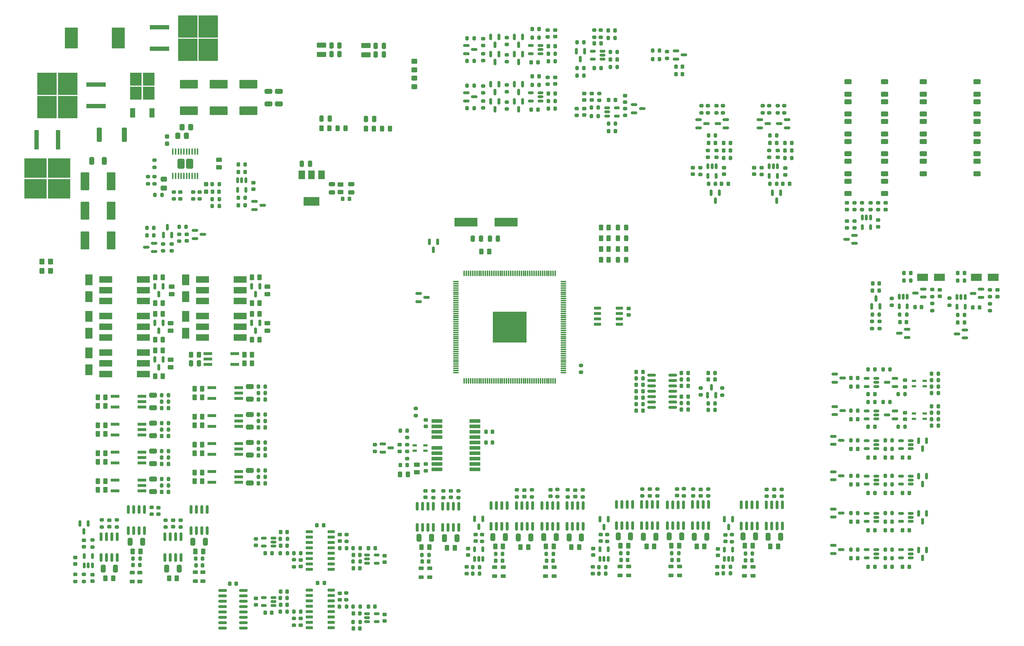
<source format=gbr>
%TF.GenerationSoftware,KiCad,Pcbnew,8.0.4*%
%TF.CreationDate,2024-11-12T22:32:31+03:00*%
%TF.ProjectId,EVD80_ControlBoard,45564438-305f-4436-9f6e-74726f6c426f,rev?*%
%TF.SameCoordinates,Original*%
%TF.FileFunction,Paste,Top*%
%TF.FilePolarity,Positive*%
%FSLAX46Y46*%
G04 Gerber Fmt 4.6, Leading zero omitted, Abs format (unit mm)*
G04 Created by KiCad (PCBNEW 8.0.4) date 2024-11-12 22:32:31*
%MOMM*%
%LPD*%
G01*
G04 APERTURE LIST*
G04 Aperture macros list*
%AMRoundRect*
0 Rectangle with rounded corners*
0 $1 Rounding radius*
0 $2 $3 $4 $5 $6 $7 $8 $9 X,Y pos of 4 corners*
0 Add a 4 corners polygon primitive as box body*
4,1,4,$2,$3,$4,$5,$6,$7,$8,$9,$2,$3,0*
0 Add four circle primitives for the rounded corners*
1,1,$1+$1,$2,$3*
1,1,$1+$1,$4,$5*
1,1,$1+$1,$6,$7*
1,1,$1+$1,$8,$9*
0 Add four rect primitives between the rounded corners*
20,1,$1+$1,$2,$3,$4,$5,0*
20,1,$1+$1,$4,$5,$6,$7,0*
20,1,$1+$1,$6,$7,$8,$9,0*
20,1,$1+$1,$8,$9,$2,$3,0*%
G04 Aperture macros list end*
%ADD10R,1.800000X2.500000*%
%ADD11RoundRect,0.150000X0.587500X0.150000X-0.587500X0.150000X-0.587500X-0.150000X0.587500X-0.150000X0*%
%ADD12RoundRect,0.200000X-0.200000X-0.275000X0.200000X-0.275000X0.200000X0.275000X-0.200000X0.275000X0*%
%ADD13RoundRect,0.250000X0.450000X-0.262500X0.450000X0.262500X-0.450000X0.262500X-0.450000X-0.262500X0*%
%ADD14RoundRect,0.200000X-0.275000X0.200000X-0.275000X-0.200000X0.275000X-0.200000X0.275000X0.200000X0*%
%ADD15RoundRect,0.225000X0.250000X-0.225000X0.250000X0.225000X-0.250000X0.225000X-0.250000X-0.225000X0*%
%ADD16RoundRect,0.225000X-0.250000X0.225000X-0.250000X-0.225000X0.250000X-0.225000X0.250000X0.225000X0*%
%ADD17RoundRect,0.250000X-0.262500X-0.450000X0.262500X-0.450000X0.262500X0.450000X-0.262500X0.450000X0*%
%ADD18RoundRect,0.200000X0.275000X-0.200000X0.275000X0.200000X-0.275000X0.200000X-0.275000X-0.200000X0*%
%ADD19RoundRect,0.200000X0.200000X0.275000X-0.200000X0.275000X-0.200000X-0.275000X0.200000X-0.275000X0*%
%ADD20RoundRect,0.150000X-0.725000X-0.150000X0.725000X-0.150000X0.725000X0.150000X-0.725000X0.150000X0*%
%ADD21RoundRect,0.250000X0.650000X-0.325000X0.650000X0.325000X-0.650000X0.325000X-0.650000X-0.325000X0*%
%ADD22RoundRect,0.150000X-0.150000X0.587500X-0.150000X-0.587500X0.150000X-0.587500X0.150000X0.587500X0*%
%ADD23RoundRect,0.250000X-0.625000X0.312500X-0.625000X-0.312500X0.625000X-0.312500X0.625000X0.312500X0*%
%ADD24RoundRect,0.225000X-0.225000X-0.250000X0.225000X-0.250000X0.225000X0.250000X-0.225000X0.250000X0*%
%ADD25RoundRect,0.250000X0.262500X0.450000X-0.262500X0.450000X-0.262500X-0.450000X0.262500X-0.450000X0*%
%ADD26RoundRect,0.250000X0.325000X0.650000X-0.325000X0.650000X-0.325000X-0.650000X0.325000X-0.650000X0*%
%ADD27RoundRect,0.225000X0.225000X0.250000X-0.225000X0.250000X-0.225000X-0.250000X0.225000X-0.250000X0*%
%ADD28RoundRect,0.150000X-0.512500X-0.150000X0.512500X-0.150000X0.512500X0.150000X-0.512500X0.150000X0*%
%ADD29RoundRect,0.150000X-0.587500X-0.150000X0.587500X-0.150000X0.587500X0.150000X-0.587500X0.150000X0*%
%ADD30R,2.000000X0.640000*%
%ADD31RoundRect,0.250000X-1.875000X0.787500X-1.875000X-0.787500X1.875000X-0.787500X1.875000X0.787500X0*%
%ADD32RoundRect,0.150000X-0.150000X0.512500X-0.150000X-0.512500X0.150000X-0.512500X0.150000X0.512500X0*%
%ADD33R,5.250000X4.550000*%
%ADD34R,1.100000X4.600000*%
%ADD35R,2.500000X1.800000*%
%ADD36RoundRect,0.250000X-0.450000X0.262500X-0.450000X-0.262500X0.450000X-0.262500X0.450000X0.262500X0*%
%ADD37R,4.550000X5.250000*%
%ADD38R,4.600000X1.100000*%
%ADD39R,1.000000X0.500000*%
%ADD40R,3.100000X5.000000*%
%ADD41RoundRect,0.150000X0.512500X0.150000X-0.512500X0.150000X-0.512500X-0.150000X0.512500X-0.150000X0*%
%ADD42RoundRect,0.150000X-0.150000X0.825000X-0.150000X-0.825000X0.150000X-0.825000X0.150000X0.825000X0*%
%ADD43RoundRect,0.250000X-0.325000X-0.450000X0.325000X-0.450000X0.325000X0.450000X-0.325000X0.450000X0*%
%ADD44RoundRect,0.250000X-0.250000X-0.475000X0.250000X-0.475000X0.250000X0.475000X-0.250000X0.475000X0*%
%ADD45RoundRect,0.237500X-0.237500X0.300000X-0.237500X-0.300000X0.237500X-0.300000X0.237500X0.300000X0*%
%ADD46O,0.299999X1.450000*%
%ADD47O,1.450000X0.299999*%
%ADD48R,8.069999X7.330000*%
%ADD49RoundRect,0.150000X0.150000X-0.587500X0.150000X0.587500X-0.150000X0.587500X-0.150000X-0.587500X0*%
%ADD50RoundRect,0.243750X0.243750X0.456250X-0.243750X0.456250X-0.243750X-0.456250X0.243750X-0.456250X0*%
%ADD51R,2.750000X3.050000*%
%ADD52R,1.200000X2.200000*%
%ADD53RoundRect,0.250000X-0.787500X-1.875000X0.787500X-1.875000X0.787500X1.875000X-0.787500X1.875000X0*%
%ADD54RoundRect,0.250000X-0.650000X0.325000X-0.650000X-0.325000X0.650000X-0.325000X0.650000X0.325000X0*%
%ADD55RoundRect,0.250000X-0.850000X0.375000X-0.850000X-0.375000X0.850000X-0.375000X0.850000X0.375000X0*%
%ADD56RoundRect,0.218750X0.381250X-0.218750X0.381250X0.218750X-0.381250X0.218750X-0.381250X-0.218750X0*%
%ADD57RoundRect,0.250000X-0.325000X-0.650000X0.325000X-0.650000X0.325000X0.650000X-0.325000X0.650000X0*%
%ADD58R,3.100000X1.600000*%
%ADD59RoundRect,0.150000X-0.825000X-0.150000X0.825000X-0.150000X0.825000X0.150000X-0.825000X0.150000X0*%
%ADD60RoundRect,0.237500X0.237500X-0.300000X0.237500X0.300000X-0.237500X0.300000X-0.237500X-0.300000X0*%
%ADD61RoundRect,0.150000X0.150000X-0.512500X0.150000X0.512500X-0.150000X0.512500X-0.150000X-0.512500X0*%
%ADD62RoundRect,0.250000X0.475000X-0.250000X0.475000X0.250000X-0.475000X0.250000X-0.475000X-0.250000X0*%
%ADD63RoundRect,0.250000X0.250000X0.475000X-0.250000X0.475000X-0.250000X-0.475000X0.250000X-0.475000X0*%
%ADD64R,1.500000X2.000000*%
%ADD65R,3.800000X2.000000*%
%ADD66RoundRect,0.243750X-0.243750X-0.456250X0.243750X-0.456250X0.243750X0.456250X-0.243750X0.456250X0*%
%ADD67RoundRect,0.250000X-0.362500X-1.425000X0.362500X-1.425000X0.362500X1.425000X-0.362500X1.425000X0*%
%ADD68RoundRect,0.250000X0.475000X-0.337500X0.475000X0.337500X-0.475000X0.337500X-0.475000X-0.337500X0*%
%ADD69RoundRect,0.250000X-0.350000X-0.450000X0.350000X-0.450000X0.350000X0.450000X-0.350000X0.450000X0*%
%ADD70RoundRect,0.250000X-0.337500X-0.475000X0.337500X-0.475000X0.337500X0.475000X-0.337500X0.475000X0*%
%ADD71RoundRect,0.250000X-0.450000X0.350000X-0.450000X-0.350000X0.450000X-0.350000X0.450000X0.350000X0*%
%ADD72R,5.500000X2.000000*%
%ADD73RoundRect,0.250000X0.450000X-0.325000X0.450000X0.325000X-0.450000X0.325000X-0.450000X-0.325000X0*%
%ADD74RoundRect,0.218750X-0.218750X-0.256250X0.218750X-0.256250X0.218750X0.256250X-0.218750X0.256250X0*%
%ADD75R,2.500000X0.900000*%
%ADD76RoundRect,0.250001X0.554999X-0.899999X0.554999X0.899999X-0.554999X0.899999X-0.554999X-0.899999X0*%
%ADD77RoundRect,0.100000X0.100000X-0.637500X0.100000X0.637500X-0.100000X0.637500X-0.100000X-0.637500X0*%
G04 APERTURE END LIST*
D10*
%TO.C,D37*%
X118618000Y-152432000D03*
X118618000Y-156432000D03*
%TD*%
D11*
%TO.C,U12*%
X134033500Y-137094000D03*
X134033500Y-135194000D03*
X132158500Y-136144000D03*
%TD*%
D12*
%TO.C,R295*%
X317625000Y-167562000D03*
X319275000Y-167562000D03*
%TD*%
D13*
%TO.C,R183*%
X137922000Y-164488500D03*
X137922000Y-162663500D03*
%TD*%
D14*
%TO.C,R279*%
X140220000Y-200595000D03*
X140220000Y-202245000D03*
%TD*%
D15*
%TO.C,C87*%
X283064000Y-118990500D03*
X283064000Y-117440500D03*
%TD*%
D16*
%TO.C,C128*%
X207794000Y-211681000D03*
X207794000Y-213231000D03*
%TD*%
D17*
%TO.C,R146*%
X143537500Y-189360000D03*
X145362500Y-189360000D03*
%TD*%
D18*
%TO.C,R79*%
X217278000Y-99377000D03*
X217278000Y-97727000D03*
%TD*%
D19*
%TO.C,R197*%
X304289000Y-172712000D03*
X302639000Y-172712000D03*
%TD*%
D16*
%TO.C,C227*%
X119458000Y-213497000D03*
X119458000Y-215047000D03*
%TD*%
D20*
%TO.C,U6*%
X170667000Y-217163000D03*
X170667000Y-218433000D03*
X170667000Y-219703000D03*
X170667000Y-220973000D03*
X170667000Y-222243000D03*
X170667000Y-223513000D03*
X170667000Y-224783000D03*
X170667000Y-226053000D03*
X175817000Y-226053000D03*
X175817000Y-224783000D03*
X175817000Y-223513000D03*
X175817000Y-222243000D03*
X175817000Y-220973000D03*
X175817000Y-219703000D03*
X175817000Y-218433000D03*
X175817000Y-217163000D03*
%TD*%
D21*
%TO.C,C175*%
X133782000Y-193883000D03*
X133782000Y-190933000D03*
%TD*%
D22*
%TO.C,D30*%
X316479000Y-199022500D03*
X314579000Y-199022500D03*
X315529000Y-200897500D03*
%TD*%
D18*
%TO.C,R299*%
X277730000Y-104330000D03*
X277730000Y-102680000D03*
%TD*%
D16*
%TO.C,C134*%
X239518000Y-204033000D03*
X239518000Y-205583000D03*
%TD*%
D14*
%TO.C,R24*%
X138633000Y-123058000D03*
X138633000Y-124708000D03*
%TD*%
D18*
%TO.C,R80*%
X217278000Y-88201000D03*
X217278000Y-86551000D03*
%TD*%
D14*
%TO.C,R48*%
X281286000Y-113221000D03*
X281286000Y-114871000D03*
%TD*%
D16*
%TO.C,C95*%
X235566000Y-103365000D03*
X235566000Y-104915000D03*
%TD*%
%TO.C,C129*%
X266994000Y-211667500D03*
X266994000Y-213217500D03*
%TD*%
D23*
%TO.C,R113*%
X297942000Y-101722500D03*
X297942000Y-104647500D03*
%TD*%
D18*
%TO.C,R289*%
X281286000Y-104330000D03*
X281286000Y-102680000D03*
%TD*%
D17*
%TO.C,R169*%
X120677500Y-193424000D03*
X122502500Y-193424000D03*
%TD*%
D14*
%TO.C,R264*%
X202302000Y-193659000D03*
X202302000Y-195309000D03*
%TD*%
D23*
%TO.C,R220*%
X315722000Y-101722500D03*
X315722000Y-104647500D03*
%TD*%
D24*
%TO.C,C106*%
X237993000Y-93804500D03*
X239543000Y-93804500D03*
%TD*%
D12*
%TO.C,R33*%
X132271000Y-131572000D03*
X133921000Y-131572000D03*
%TD*%
D17*
%TO.C,R155*%
X143537500Y-178184000D03*
X145362500Y-178184000D03*
%TD*%
D25*
%TO.C,R180*%
X158900500Y-157988000D03*
X157075500Y-157988000D03*
%TD*%
D16*
%TO.C,C92*%
X237344000Y-99809000D03*
X237344000Y-101359000D03*
%TD*%
D15*
%TO.C,C209*%
X198188000Y-188935000D03*
X198188000Y-187385000D03*
%TD*%
D25*
%TO.C,R305*%
X275392500Y-206680500D03*
X273567500Y-206680500D03*
%TD*%
%TO.C,R186*%
X136040500Y-160528000D03*
X134215500Y-160528000D03*
%TD*%
D11*
%TO.C,D15*%
X283493500Y-107884000D03*
X283493500Y-105984000D03*
X281618500Y-106934000D03*
%TD*%
D15*
%TO.C,C200*%
X158017000Y-220618000D03*
X158017000Y-219068000D03*
%TD*%
D25*
%TO.C,R190*%
X136040500Y-157988000D03*
X134215500Y-157988000D03*
%TD*%
D14*
%TO.C,R281*%
X125185000Y-200576000D03*
X125185000Y-202226000D03*
%TD*%
D16*
%TO.C,C228*%
X115394000Y-209433000D03*
X115394000Y-210983000D03*
%TD*%
D19*
%TO.C,R254*%
X182667000Y-210408000D03*
X181017000Y-210408000D03*
%TD*%
D25*
%TO.C,R89*%
X252119500Y-206784000D03*
X250294500Y-206784000D03*
%TD*%
D26*
%TO.C,C127*%
X131312000Y-205688000D03*
X128362000Y-205688000D03*
%TD*%
D27*
%TO.C,C89*%
X242945000Y-108712000D03*
X241395000Y-108712000D03*
%TD*%
D19*
%TO.C,R1*%
X266509000Y-174549000D03*
X264859000Y-174549000D03*
%TD*%
D23*
%TO.C,R210*%
X328422000Y-101722500D03*
X328422000Y-104647500D03*
%TD*%
D15*
%TO.C,C212*%
X191965000Y-184350000D03*
X191965000Y-182800000D03*
%TD*%
D14*
%TO.C,R7*%
X205858000Y-193659000D03*
X205858000Y-195309000D03*
%TD*%
D18*
%TO.C,R259*%
X234874000Y-165674000D03*
X234874000Y-164024000D03*
%TD*%
%TO.C,R274*%
X199985000Y-195309000D03*
X199985000Y-193659000D03*
%TD*%
D12*
%TO.C,R171*%
X135751000Y-192408000D03*
X137401000Y-192408000D03*
%TD*%
D22*
%TO.C,D27*%
X316479000Y-190222500D03*
X314579000Y-190222500D03*
X315529000Y-192097500D03*
%TD*%
%TO.C,D31*%
X316479000Y-207622500D03*
X314579000Y-207622500D03*
X315529000Y-209497500D03*
%TD*%
D14*
%TO.C,R28*%
X132535000Y-119442000D03*
X132535000Y-121092000D03*
%TD*%
D28*
%TO.C,U70*%
X184304500Y-208858000D03*
X184304500Y-209808000D03*
X184304500Y-210758000D03*
X186579500Y-210758000D03*
X186579500Y-208858000D03*
%TD*%
D22*
%TO.C,D21*%
X270630000Y-200343000D03*
X268730000Y-200343000D03*
X269680000Y-202218000D03*
%TD*%
D14*
%TO.C,R203*%
X331470000Y-149477000D03*
X331470000Y-151127000D03*
%TD*%
D29*
%TO.C,D8*%
X143639500Y-132149000D03*
X143639500Y-134049000D03*
X145514500Y-133099000D03*
%TD*%
D23*
%TO.C,R207*%
X328422000Y-115819500D03*
X328422000Y-118744500D03*
%TD*%
D26*
%TO.C,C117*%
X264555000Y-204506500D03*
X261605000Y-204506500D03*
%TD*%
D12*
%TO.C,R212*%
X323787000Y-143952000D03*
X325437000Y-143952000D03*
%TD*%
D25*
%TO.C,R178*%
X157122500Y-163576000D03*
X155297500Y-163576000D03*
%TD*%
D16*
%TO.C,C79*%
X141732000Y-133083000D03*
X141732000Y-134633000D03*
%TD*%
D27*
%TO.C,C206*%
X213949000Y-182305000D03*
X212399000Y-182305000D03*
%TD*%
D13*
%TO.C,R4*%
X178054000Y-123086500D03*
X178054000Y-121261500D03*
%TD*%
D30*
%TO.C,U42*%
X124790000Y-171326000D03*
X124790000Y-173866000D03*
X131090000Y-173866000D03*
X131090000Y-172596000D03*
X131090000Y-171326000D03*
%TD*%
D19*
%TO.C,R304*%
X209594000Y-86741000D03*
X207944000Y-86741000D03*
%TD*%
D22*
%TO.C,D52*%
X200942000Y-134808000D03*
X199042000Y-134808000D03*
X199992000Y-136683000D03*
%TD*%
D12*
%TO.C,R2*%
X264859000Y-173025000D03*
X266509000Y-173025000D03*
%TD*%
D31*
%TO.C,C196*%
X156250000Y-97637500D03*
X156250000Y-103862500D03*
%TD*%
D12*
%TO.C,R107*%
X180992000Y-221043000D03*
X182642000Y-221043000D03*
%TD*%
D19*
%TO.C,R54*%
X270173000Y-115062000D03*
X268523000Y-115062000D03*
%TD*%
D24*
%TO.C,C150*%
X302689000Y-185808000D03*
X304239000Y-185808000D03*
%TD*%
D12*
%TO.C,R204*%
X323787000Y-152080000D03*
X325437000Y-152080000D03*
%TD*%
D24*
%TO.C,C13*%
X258559000Y-171450000D03*
X260109000Y-171450000D03*
%TD*%
D15*
%TO.C,C179*%
X311338000Y-169099000D03*
X311338000Y-167549000D03*
%TD*%
D18*
%TO.C,R302*%
X264776000Y-104330000D03*
X264776000Y-102680000D03*
%TD*%
%TO.C,R243*%
X193743000Y-186051000D03*
X193743000Y-184401000D03*
%TD*%
D14*
%TO.C,R267*%
X223258000Y-193459000D03*
X223258000Y-195109000D03*
%TD*%
D25*
%TO.C,R85*%
X204992500Y-207184000D03*
X203167500Y-207184000D03*
%TD*%
%TO.C,R90*%
X281392500Y-206846500D03*
X279567500Y-206846500D03*
%TD*%
D15*
%TO.C,C60*%
X246126000Y-152159000D03*
X246126000Y-150609000D03*
%TD*%
D19*
%TO.C,R138*%
X308353000Y-207544000D03*
X306703000Y-207544000D03*
%TD*%
D12*
%TO.C,R133*%
X306703000Y-192176000D03*
X308353000Y-192176000D03*
%TD*%
D16*
%TO.C,C199*%
X188417000Y-222868000D03*
X188417000Y-224418000D03*
%TD*%
D32*
%TO.C,U10*%
X155636000Y-120274500D03*
X154686000Y-120274500D03*
X153736000Y-120274500D03*
X153736000Y-122549500D03*
X155636000Y-122549500D03*
%TD*%
D24*
%TO.C,C155*%
X310817000Y-211608000D03*
X312367000Y-211608000D03*
%TD*%
D17*
%TO.C,R182*%
X142724500Y-161544000D03*
X144549500Y-161544000D03*
%TD*%
D24*
%TO.C,C102*%
X241295000Y-84914500D03*
X242845000Y-84914500D03*
%TD*%
D15*
%TO.C,C107*%
X228708000Y-97549000D03*
X228708000Y-95999000D03*
%TD*%
D27*
%TO.C,C254*%
X257893000Y-210045500D03*
X256343000Y-210045500D03*
%TD*%
D25*
%TO.C,R91*%
X198992500Y-207008000D03*
X197167500Y-207008000D03*
%TD*%
D33*
%TO.C,Q1*%
X111525000Y-117450000D03*
X105975000Y-117450000D03*
X111525000Y-122300000D03*
X105975000Y-122300000D03*
D34*
X111290000Y-110725000D03*
X106210000Y-110725000D03*
%TD*%
D35*
%TO.C,D44*%
X332200000Y-143190000D03*
X328200000Y-143190000D03*
%TD*%
D18*
%TO.C,R93*%
X167017000Y-225468000D03*
X167017000Y-223818000D03*
%TD*%
D27*
%TO.C,C219*%
X182617000Y-208808000D03*
X181067000Y-208808000D03*
%TD*%
D22*
%TO.C,Q15*%
X136078000Y-162638500D03*
X134178000Y-162638500D03*
X135128000Y-164513500D03*
%TD*%
D36*
%TO.C,R284*%
X196029000Y-187488500D03*
X196029000Y-189313500D03*
%TD*%
D14*
%TO.C,R50*%
X266808000Y-113221000D03*
X266808000Y-114871000D03*
%TD*%
D18*
%TO.C,R292*%
X268332000Y-104330000D03*
X268332000Y-102680000D03*
%TD*%
D14*
%TO.C,R278*%
X133442000Y-197583000D03*
X133442000Y-199233000D03*
%TD*%
D18*
%TO.C,R258*%
X119458000Y-206969000D03*
X119458000Y-205319000D03*
%TD*%
D37*
%TO.C,D9*%
X141950000Y-83925000D03*
X141950000Y-89475000D03*
X146800000Y-83925000D03*
X146800000Y-89475000D03*
D38*
X135225000Y-84160000D03*
X135225000Y-89240000D03*
%TD*%
D14*
%TO.C,R124*%
X303276000Y-125601000D03*
X303276000Y-127251000D03*
%TD*%
D17*
%TO.C,R145*%
X120677500Y-186820000D03*
X122502500Y-186820000D03*
%TD*%
D16*
%TO.C,C135*%
X267140000Y-207397500D03*
X267140000Y-208947500D03*
%TD*%
D12*
%TO.C,R239*%
X226655000Y-208618000D03*
X228305000Y-208618000D03*
%TD*%
D15*
%TO.C,C124*%
X168617000Y-225418000D03*
X168617000Y-223868000D03*
%TD*%
D27*
%TO.C,C207*%
X213949000Y-179765000D03*
X212399000Y-179765000D03*
%TD*%
%TO.C,C252*%
X275255000Y-210080500D03*
X273705000Y-210080500D03*
%TD*%
D12*
%TO.C,R276*%
X143817000Y-209683000D03*
X145467000Y-209683000D03*
%TD*%
D26*
%TO.C,C116*%
X234955000Y-204698000D03*
X232005000Y-204698000D03*
%TD*%
D25*
%TO.C,R179*%
X157122500Y-161544000D03*
X155297500Y-161544000D03*
%TD*%
D12*
%TO.C,R275*%
X129017000Y-209712500D03*
X130667000Y-209712500D03*
%TD*%
%TO.C,R46*%
X237281000Y-103124000D03*
X238931000Y-103124000D03*
%TD*%
%TO.C,R101*%
X268455000Y-211680500D03*
X270105000Y-211680500D03*
%TD*%
D14*
%TO.C,R69*%
X226930000Y-95949000D03*
X226930000Y-97599000D03*
%TD*%
D24*
%TO.C,C220*%
X163867000Y-206608000D03*
X165417000Y-206608000D03*
%TD*%
D39*
%TO.C,L12*%
X198061000Y-184224999D03*
X198061000Y-182925001D03*
X195521000Y-182925001D03*
X195521000Y-184224999D03*
%TD*%
D23*
%TO.C,R120*%
X306578000Y-120518500D03*
X306578000Y-123443500D03*
%TD*%
D22*
%TO.C,Q8*%
X221022000Y-86438500D03*
X219122000Y-86438500D03*
X220072000Y-88313500D03*
%TD*%
D14*
%TO.C,R123*%
X299466000Y-125601000D03*
X299466000Y-127251000D03*
%TD*%
D40*
%TO.C,L7*%
X114450000Y-86700000D03*
X125550000Y-86700000D03*
%TD*%
D27*
%TO.C,C234*%
X216255000Y-210218000D03*
X214705000Y-210218000D03*
%TD*%
D24*
%TO.C,C161*%
X298625000Y-209576000D03*
X300175000Y-209576000D03*
%TD*%
D19*
%TO.C,R75*%
X224961000Y-97790000D03*
X223311000Y-97790000D03*
%TD*%
D36*
%TO.C,TH1*%
X149352000Y-115419500D03*
X149352000Y-117244500D03*
%TD*%
D19*
%TO.C,R303*%
X209594000Y-92075000D03*
X207944000Y-92075000D03*
%TD*%
D32*
%TO.C,U59*%
X325562000Y-147894500D03*
X324612000Y-147894500D03*
X323662000Y-147894500D03*
X323662000Y-150169500D03*
X325562000Y-150169500D03*
%TD*%
D39*
%TO.C,L10*%
X316037000Y-176663999D03*
X316037000Y-175364001D03*
X313497000Y-175364001D03*
X313497000Y-176663999D03*
%TD*%
D41*
%TO.C,U71*%
X162179500Y-206758000D03*
X162179500Y-205808000D03*
X162179500Y-204858000D03*
X159904500Y-204858000D03*
X159904500Y-206758000D03*
%TD*%
D27*
%TO.C,C230*%
X198855000Y-210408000D03*
X197305000Y-210408000D03*
%TD*%
D14*
%TO.C,R266*%
X261302000Y-193267500D03*
X261302000Y-194917500D03*
%TD*%
D16*
%TO.C,C83*%
X245218000Y-100317000D03*
X245218000Y-101867000D03*
%TD*%
D42*
%TO.C,U73*%
X229385000Y-197143000D03*
X228115000Y-197143000D03*
X226845000Y-197143000D03*
X225575000Y-197143000D03*
X225575000Y-202093000D03*
X226845000Y-202093000D03*
X228115000Y-202093000D03*
X229385000Y-202093000D03*
%TD*%
D19*
%TO.C,R195*%
X307845000Y-172712000D03*
X306195000Y-172712000D03*
%TD*%
D43*
%TO.C,D4*%
X107475000Y-141750000D03*
X109525000Y-141750000D03*
%TD*%
D25*
%TO.C,R260*%
X228392500Y-206818000D03*
X226567500Y-206818000D03*
%TD*%
D14*
%TO.C,R248*%
X179442000Y-203983000D03*
X179442000Y-205633000D03*
%TD*%
D19*
%TO.C,R57*%
X266617000Y-109728000D03*
X264967000Y-109728000D03*
%TD*%
D12*
%TO.C,R285*%
X317625000Y-170610000D03*
X319275000Y-170610000D03*
%TD*%
D22*
%TO.C,D12*%
X267504000Y-123268500D03*
X265604000Y-123268500D03*
X266554000Y-125143500D03*
%TD*%
D18*
%TO.C,R205*%
X331470000Y-147825000D03*
X331470000Y-146175000D03*
%TD*%
D14*
%TO.C,R70*%
X226930000Y-84773000D03*
X226930000Y-86423000D03*
%TD*%
D44*
%TO.C,C61*%
X213300000Y-134106000D03*
X215200000Y-134106000D03*
%TD*%
D17*
%TO.C,R157*%
X143537500Y-184788000D03*
X145362500Y-184788000D03*
%TD*%
%TO.C,R142*%
X120677500Y-171580000D03*
X122502500Y-171580000D03*
%TD*%
D35*
%TO.C,D46*%
X319500000Y-143190000D03*
X315500000Y-143190000D03*
%TD*%
D12*
%TO.C,R151*%
X135751000Y-171072000D03*
X137401000Y-171072000D03*
%TD*%
%TO.C,R161*%
X158611000Y-183772000D03*
X160261000Y-183772000D03*
%TD*%
D21*
%TO.C,C164*%
X156642000Y-191851000D03*
X156642000Y-188901000D03*
%TD*%
D19*
%TO.C,R71*%
X228771000Y-103378000D03*
X227121000Y-103378000D03*
%TD*%
D27*
%TO.C,C226*%
X165417000Y-203408000D03*
X163867000Y-203408000D03*
%TD*%
D17*
%TO.C,R159*%
X143537500Y-171580000D03*
X145362500Y-171580000D03*
%TD*%
D27*
%TO.C,C253*%
X228255000Y-210218000D03*
X226705000Y-210218000D03*
%TD*%
D45*
%TO.C,C73*%
X146253000Y-121242500D03*
X146253000Y-122967500D03*
%TD*%
D14*
%TO.C,R272*%
X278702000Y-193321500D03*
X278702000Y-194971500D03*
%TD*%
D12*
%TO.C,R43*%
X241345000Y-106934000D03*
X242995000Y-106934000D03*
%TD*%
D19*
%TO.C,R253*%
X165467000Y-208408000D03*
X163817000Y-208408000D03*
%TD*%
D46*
%TO.C,U7*%
X207249999Y-167725001D03*
X207749998Y-167725001D03*
X208249999Y-167725001D03*
X208749998Y-167725001D03*
X209250000Y-167725001D03*
X209749999Y-167725001D03*
X210249998Y-167725001D03*
X210749999Y-167725001D03*
X211249998Y-167725001D03*
X211750000Y-167725001D03*
X212249999Y-167725001D03*
X212749998Y-167725001D03*
X213249999Y-167725001D03*
X213749998Y-167725001D03*
X214250000Y-167725001D03*
X214749999Y-167725001D03*
X215249998Y-167725001D03*
X215749999Y-167725001D03*
X216249998Y-167725001D03*
X216750000Y-167725001D03*
X217249999Y-167725001D03*
X217749998Y-167725001D03*
X218250000Y-167725001D03*
X218749998Y-167725001D03*
X219250000Y-167725001D03*
X219749999Y-167725001D03*
X220249998Y-167725001D03*
X220750000Y-167725001D03*
X221249999Y-167725001D03*
X221749998Y-167725001D03*
X222249999Y-167725001D03*
X222749998Y-167725001D03*
X223250000Y-167725001D03*
X223749999Y-167725001D03*
X224249998Y-167725001D03*
X224749999Y-167725001D03*
X225249998Y-167725001D03*
X225750000Y-167725001D03*
X226249999Y-167725001D03*
X226749998Y-167725001D03*
X227249999Y-167725001D03*
X227749998Y-167725001D03*
X228250000Y-167725001D03*
X228749999Y-167725001D03*
D47*
X230724999Y-165750001D03*
X230724999Y-165250002D03*
X230724999Y-164750001D03*
X230724999Y-164250002D03*
X230724999Y-163750000D03*
X230724999Y-163250001D03*
X230724999Y-162750002D03*
X230724999Y-162250001D03*
X230724999Y-161750002D03*
X230724999Y-161250000D03*
X230724999Y-160750001D03*
X230724999Y-160250002D03*
X230724999Y-159750001D03*
X230724999Y-159250002D03*
X230724999Y-158750000D03*
X230724999Y-158250001D03*
X230724999Y-157750002D03*
X230724999Y-157250001D03*
X230724999Y-156750002D03*
X230724999Y-156250000D03*
X230724999Y-155750001D03*
X230724999Y-155250002D03*
X230724999Y-154750000D03*
X230724999Y-154250002D03*
X230724999Y-153750000D03*
X230724999Y-153250001D03*
X230724999Y-152750002D03*
X230724999Y-152250000D03*
X230724999Y-151750001D03*
X230724999Y-151250002D03*
X230724999Y-150750001D03*
X230724999Y-150250002D03*
X230724999Y-149750000D03*
X230724999Y-149250001D03*
X230724999Y-148750002D03*
X230724999Y-148250001D03*
X230724999Y-147750002D03*
X230724999Y-147250000D03*
X230724999Y-146750001D03*
X230724999Y-146250002D03*
X230724999Y-145750001D03*
X230724999Y-145250002D03*
X230724999Y-144750000D03*
X230724999Y-144250001D03*
D46*
X228749999Y-142275001D03*
X228250000Y-142275001D03*
X227749998Y-142275001D03*
X227249999Y-142275001D03*
X226749998Y-142275001D03*
X226249999Y-142275001D03*
X225750000Y-142275001D03*
X225249998Y-142275001D03*
X224749999Y-142275001D03*
X224249998Y-142275001D03*
X223749999Y-142275001D03*
X223250000Y-142275001D03*
X222749998Y-142275001D03*
X222249999Y-142275001D03*
X221749998Y-142275001D03*
X221249999Y-142275001D03*
X220750000Y-142275001D03*
X220249998Y-142275001D03*
X219749999Y-142275001D03*
X219250000Y-142275001D03*
X218749998Y-142275001D03*
X218250000Y-142275001D03*
X217749998Y-142275001D03*
X217249999Y-142275001D03*
X216750000Y-142275001D03*
X216249998Y-142275001D03*
X215749999Y-142275001D03*
X215249998Y-142275001D03*
X214749999Y-142275001D03*
X214250000Y-142275001D03*
X213749998Y-142275001D03*
X213249999Y-142275001D03*
X212749998Y-142275001D03*
X212249999Y-142275001D03*
X211750000Y-142275001D03*
X211249998Y-142275001D03*
X210749999Y-142275001D03*
X210249998Y-142275001D03*
X209749999Y-142275001D03*
X209250000Y-142275001D03*
X208749998Y-142275001D03*
X208249999Y-142275001D03*
X207749998Y-142275001D03*
X207249999Y-142275001D03*
D47*
X205274999Y-144250001D03*
X205274999Y-144750000D03*
X205274999Y-145250002D03*
X205274999Y-145750001D03*
X205274999Y-146250002D03*
X205274999Y-146750001D03*
X205274999Y-147250000D03*
X205274999Y-147750002D03*
X205274999Y-148250001D03*
X205274999Y-148750002D03*
X205274999Y-149250001D03*
X205274999Y-149750000D03*
X205274999Y-150250002D03*
X205274999Y-150750001D03*
X205274999Y-151250002D03*
X205274999Y-151750001D03*
X205274999Y-152250000D03*
X205274999Y-152750002D03*
X205274999Y-153250001D03*
X205274999Y-153750000D03*
X205274999Y-154250002D03*
X205274999Y-154750000D03*
X205274999Y-155250002D03*
X205274999Y-155750001D03*
X205274999Y-156250000D03*
X205274999Y-156750002D03*
X205274999Y-157250001D03*
X205274999Y-157750002D03*
X205274999Y-158250001D03*
X205274999Y-158750000D03*
X205274999Y-159250002D03*
X205274999Y-159750001D03*
X205274999Y-160250002D03*
X205274999Y-160750001D03*
X205274999Y-161250000D03*
X205274999Y-161750002D03*
X205274999Y-162250001D03*
X205274999Y-162750002D03*
X205274999Y-163250001D03*
X205274999Y-163750000D03*
X205274999Y-164250002D03*
X205274999Y-164750001D03*
X205274999Y-165250002D03*
X205274999Y-165750001D03*
D48*
X218000000Y-155000000D03*
%TD*%
D14*
%TO.C,R261*%
X235258000Y-193459000D03*
X235258000Y-195109000D03*
%TD*%
D18*
%TO.C,R40*%
X245218000Y-104965000D03*
X245218000Y-103315000D03*
%TD*%
D14*
%TO.C,R64*%
X239530000Y-84851500D03*
X239530000Y-86501500D03*
%TD*%
D12*
%TO.C,R137*%
X306703000Y-200976000D03*
X308353000Y-200976000D03*
%TD*%
D28*
%TO.C,U28*%
X184279500Y-222693000D03*
X184279500Y-223643000D03*
X184279500Y-224593000D03*
X186554500Y-224593000D03*
X186554500Y-222693000D03*
%TD*%
D22*
%TO.C,Q6*%
X221022000Y-90502500D03*
X219122000Y-90502500D03*
X220072000Y-92377500D03*
%TD*%
D14*
%TO.C,R49*%
X279254000Y-113221000D03*
X279254000Y-114871000D03*
%TD*%
D49*
%TO.C,Q2*%
X136210000Y-133271500D03*
X138110000Y-133271500D03*
X137160000Y-131396500D03*
%TD*%
D19*
%TO.C,R128*%
X260159000Y-167386000D03*
X258509000Y-167386000D03*
%TD*%
%TO.C,R53*%
X284651000Y-115062000D03*
X283001000Y-115062000D03*
%TD*%
D26*
%TO.C,C115*%
X205555000Y-204898000D03*
X202605000Y-204898000D03*
%TD*%
D22*
%TO.C,D22*%
X241230000Y-200376500D03*
X239330000Y-200376500D03*
X240280000Y-202251500D03*
%TD*%
D17*
%TO.C,R147*%
X143537500Y-191392000D03*
X145362500Y-191392000D03*
%TD*%
D11*
%TO.C,Q19*%
X315694500Y-147892000D03*
X315694500Y-145992000D03*
X313819500Y-146942000D03*
%TD*%
D19*
%TO.C,R227*%
X182642000Y-224643000D03*
X180992000Y-224643000D03*
%TD*%
D50*
%TO.C,D50*%
X245463500Y-131448000D03*
X243588500Y-131448000D03*
%TD*%
D12*
%TO.C,R95*%
X177792000Y-221043000D03*
X179442000Y-221043000D03*
%TD*%
D51*
%TO.C,Q3*%
X129675000Y-99725000D03*
X132725000Y-99725000D03*
X129675000Y-96375000D03*
X132725000Y-96375000D03*
D52*
X128920000Y-104350000D03*
X133480000Y-104350000D03*
%TD*%
D21*
%TO.C,C174*%
X133782000Y-180675000D03*
X133782000Y-177725000D03*
%TD*%
D24*
%TO.C,C105*%
X257270000Y-95250000D03*
X258820000Y-95250000D03*
%TD*%
%TO.C,C217*%
X172467000Y-201808000D03*
X174017000Y-201808000D03*
%TD*%
D53*
%TO.C,C65*%
X117637500Y-127500000D03*
X123862500Y-127500000D03*
%TD*%
D13*
%TO.C,R174*%
X160782000Y-155852500D03*
X160782000Y-154027500D03*
%TD*%
D24*
%TO.C,C152*%
X298625000Y-183776000D03*
X300175000Y-183776000D03*
%TD*%
D14*
%TO.C,R206*%
X321869000Y-148149000D03*
X321869000Y-149799000D03*
%TD*%
D18*
%TO.C,R242*%
X259118000Y-194870500D03*
X259118000Y-193220500D03*
%TD*%
D19*
%TO.C,R199*%
X300225000Y-174744000D03*
X298575000Y-174744000D03*
%TD*%
D22*
%TO.C,Q14*%
X158938000Y-145366500D03*
X157038000Y-145366500D03*
X157988000Y-147241500D03*
%TD*%
D29*
%TO.C,D28*%
X294398500Y-180794000D03*
X294398500Y-182694000D03*
X296273500Y-181744000D03*
%TD*%
D12*
%TO.C,R58*%
X251759000Y-91694000D03*
X253409000Y-91694000D03*
%TD*%
D29*
%TO.C,D6*%
X157736500Y-125291000D03*
X157736500Y-127191000D03*
X159611500Y-126241000D03*
%TD*%
D12*
%TO.C,R9*%
X247841000Y-167132000D03*
X249491000Y-167132000D03*
%TD*%
D27*
%TO.C,C94*%
X270123000Y-113284000D03*
X268573000Y-113284000D03*
%TD*%
D32*
%TO.C,U15*%
X266742000Y-116972500D03*
X265792000Y-116972500D03*
X264842000Y-116972500D03*
X264842000Y-119247500D03*
X266742000Y-119247500D03*
%TD*%
D14*
%TO.C,R269*%
X282258000Y-193321500D03*
X282258000Y-194971500D03*
%TD*%
D42*
%TO.C,U22*%
X264985000Y-196951500D03*
X263715000Y-196951500D03*
X262445000Y-196951500D03*
X261175000Y-196951500D03*
X261175000Y-201901500D03*
X262445000Y-201901500D03*
X263715000Y-201901500D03*
X264985000Y-201901500D03*
%TD*%
D23*
%TO.C,R209*%
X328422000Y-106421500D03*
X328422000Y-109346500D03*
%TD*%
D54*
%TO.C,C81*%
X161000000Y-99275000D03*
X161000000Y-102225000D03*
%TD*%
D19*
%TO.C,R66*%
X235529000Y-95582500D03*
X233879000Y-95582500D03*
%TD*%
D14*
%TO.C,R216*%
X308204000Y-148218000D03*
X308204000Y-149868000D03*
%TD*%
D24*
%TO.C,C185*%
X323837000Y-153858000D03*
X325387000Y-153858000D03*
%TD*%
D14*
%TO.C,R45*%
X262998000Y-117285000D03*
X262998000Y-118935000D03*
%TD*%
D27*
%TO.C,C99*%
X284601000Y-111506000D03*
X283051000Y-111506000D03*
%TD*%
D41*
%TO.C,U40*%
X304601500Y-200910000D03*
X304601500Y-199960000D03*
X304601500Y-199010000D03*
X302326500Y-199010000D03*
X302326500Y-200910000D03*
%TD*%
D22*
%TO.C,Q11*%
X215434000Y-86438500D03*
X213534000Y-86438500D03*
X214484000Y-88313500D03*
%TD*%
D17*
%TO.C,R226*%
X239549500Y-131448000D03*
X241374500Y-131448000D03*
%TD*%
D11*
%TO.C,D13*%
X269015500Y-107884000D03*
X269015500Y-105984000D03*
X267140500Y-106934000D03*
%TD*%
D55*
%TO.C,L2*%
X184042500Y-88475000D03*
X184042500Y-90625000D03*
%TD*%
D15*
%TO.C,C216*%
X168642000Y-211583000D03*
X168642000Y-210033000D03*
%TD*%
D27*
%TO.C,C188*%
X305262000Y-144713000D03*
X303712000Y-144713000D03*
%TD*%
D12*
%TO.C,R162*%
X158611000Y-170564000D03*
X160261000Y-170564000D03*
%TD*%
D23*
%TO.C,R221*%
X315722000Y-97023500D03*
X315722000Y-99948500D03*
%TD*%
D25*
%TO.C,R87*%
X263992500Y-206792500D03*
X262167500Y-206792500D03*
%TD*%
D24*
%TO.C,C109*%
X227171000Y-99822000D03*
X228721000Y-99822000D03*
%TD*%
D27*
%TO.C,C165*%
X137351000Y-174120000D03*
X135801000Y-174120000D03*
%TD*%
D23*
%TO.C,R115*%
X297942000Y-106421500D03*
X297942000Y-109346500D03*
%TD*%
D19*
%TO.C,R109*%
X165442000Y-222243000D03*
X163792000Y-222243000D03*
%TD*%
D12*
%TO.C,R139*%
X306703000Y-209576000D03*
X308353000Y-209576000D03*
%TD*%
D24*
%TO.C,C203*%
X181042000Y-226243000D03*
X182592000Y-226243000D03*
%TD*%
D19*
%TO.C,R136*%
X308353000Y-198944000D03*
X306703000Y-198944000D03*
%TD*%
D56*
%TO.C,L24*%
X226480000Y-213880500D03*
X226480000Y-211755500D03*
%TD*%
D42*
%TO.C,U75*%
X259023000Y-196970500D03*
X257753000Y-196970500D03*
X256483000Y-196970500D03*
X255213000Y-196970500D03*
X255213000Y-201920500D03*
X256483000Y-201920500D03*
X257753000Y-201920500D03*
X259023000Y-201920500D03*
%TD*%
D17*
%TO.C,R156*%
X143537500Y-182756000D03*
X145362500Y-182756000D03*
%TD*%
D31*
%TO.C,C195*%
X149250000Y-97637500D03*
X149250000Y-103862500D03*
%TD*%
D14*
%TO.C,R82*%
X211690000Y-101537000D03*
X211690000Y-103187000D03*
%TD*%
D30*
%TO.C,U46*%
X147650000Y-182502000D03*
X147650000Y-185042000D03*
X153950000Y-185042000D03*
X153950000Y-183772000D03*
X153950000Y-182502000D03*
%TD*%
D17*
%TO.C,R154*%
X143537500Y-176152000D03*
X145362500Y-176152000D03*
%TD*%
D12*
%TO.C,R237*%
X244255000Y-208418000D03*
X245905000Y-208418000D03*
%TD*%
D27*
%TO.C,C86*%
X242945000Y-101346000D03*
X241395000Y-101346000D03*
%TD*%
%TO.C,C85*%
X269615000Y-121158000D03*
X268065000Y-121158000D03*
%TD*%
D25*
%TO.C,R189*%
X136040500Y-166624000D03*
X134215500Y-166624000D03*
%TD*%
D27*
%TO.C,C104*%
X239543000Y-87962500D03*
X237993000Y-87962500D03*
%TD*%
D19*
%TO.C,R100*%
X270105000Y-213204500D03*
X268455000Y-213204500D03*
%TD*%
D23*
%TO.C,R121*%
X297942000Y-120518500D03*
X297942000Y-123443500D03*
%TD*%
D19*
%TO.C,R104*%
X240705000Y-213218000D03*
X239055000Y-213218000D03*
%TD*%
D14*
%TO.C,R25*%
X134061000Y-115565000D03*
X134061000Y-117215000D03*
%TD*%
D27*
%TO.C,C96*%
X281045000Y-111506000D03*
X279495000Y-111506000D03*
%TD*%
D12*
%TO.C,R105*%
X239055000Y-211694000D03*
X240705000Y-211694000D03*
%TD*%
D17*
%TO.C,R143*%
X120677500Y-173612000D03*
X122502500Y-173612000D03*
%TD*%
D57*
%TO.C,C67*%
X119275000Y-115750000D03*
X122225000Y-115750000D03*
%TD*%
D21*
%TO.C,C169*%
X156642000Y-185247000D03*
X156642000Y-182297000D03*
%TD*%
D49*
%TO.C,U4*%
X264734000Y-171117500D03*
X266634000Y-171117500D03*
X265684000Y-169242500D03*
%TD*%
D18*
%TO.C,R102*%
X211442000Y-205633000D03*
X211442000Y-203983000D03*
%TD*%
D10*
%TO.C,D34*%
X141478000Y-152432000D03*
X141478000Y-156432000D03*
%TD*%
D11*
%TO.C,D43*%
X325549500Y-157544000D03*
X325549500Y-155644000D03*
X323674500Y-156594000D03*
%TD*%
D12*
%TO.C,R297*%
X317625000Y-175252000D03*
X319275000Y-175252000D03*
%TD*%
D25*
%TO.C,R282*%
X245992500Y-206618000D03*
X244167500Y-206618000D03*
%TD*%
D58*
%TO.C,U55*%
X131445000Y-148844000D03*
X131445000Y-146304000D03*
X131445000Y-143764000D03*
X122555000Y-143764000D03*
X122555000Y-146304000D03*
X122555000Y-148844000D03*
%TD*%
D24*
%TO.C,C198*%
X163842000Y-220643000D03*
X165392000Y-220643000D03*
%TD*%
%TO.C,C101*%
X241803000Y-91772500D03*
X243353000Y-91772500D03*
%TD*%
D27*
%TO.C,C97*%
X266567000Y-111506000D03*
X265017000Y-111506000D03*
%TD*%
D29*
%TO.C,D10*%
X247398500Y-102431000D03*
X247398500Y-104331000D03*
X249273500Y-103381000D03*
%TD*%
D24*
%TO.C,C110*%
X227171000Y-88646000D03*
X228721000Y-88646000D03*
%TD*%
D14*
%TO.C,R277*%
X136664000Y-200595000D03*
X136664000Y-202245000D03*
%TD*%
D19*
%TO.C,R134*%
X300225000Y-181744000D03*
X298575000Y-181744000D03*
%TD*%
D23*
%TO.C,R219*%
X315722000Y-106421500D03*
X315722000Y-109346500D03*
%TD*%
D12*
%TO.C,R250*%
X177817000Y-207208000D03*
X179467000Y-207208000D03*
%TD*%
D16*
%TO.C,C122*%
X177817000Y-217868000D03*
X177817000Y-219418000D03*
%TD*%
D12*
%TO.C,R99*%
X209255000Y-211694000D03*
X210905000Y-211694000D03*
%TD*%
D29*
%TO.C,D32*%
X294398500Y-197994000D03*
X294398500Y-199894000D03*
X296273500Y-198944000D03*
%TD*%
D18*
%TO.C,R3*%
X268224000Y-171056000D03*
X268224000Y-169406000D03*
%TD*%
D19*
%TO.C,R140*%
X300225000Y-198944000D03*
X298575000Y-198944000D03*
%TD*%
D44*
%TO.C,C3*%
X186327500Y-88534000D03*
X188227500Y-88534000D03*
%TD*%
D15*
%TO.C,C222*%
X158042000Y-206583000D03*
X158042000Y-205033000D03*
%TD*%
D22*
%TO.C,Q5*%
X221022000Y-101678500D03*
X219122000Y-101678500D03*
X220072000Y-103553500D03*
%TD*%
D14*
%TO.C,R55*%
X233788000Y-103315000D03*
X233788000Y-104965000D03*
%TD*%
D12*
%TO.C,R31*%
X147714000Y-124772000D03*
X149364000Y-124772000D03*
%TD*%
D41*
%TO.C,U37*%
X304601500Y-192110000D03*
X304601500Y-191160000D03*
X304601500Y-190210000D03*
X302326500Y-190210000D03*
X302326500Y-192110000D03*
%TD*%
D24*
%TO.C,C10*%
X264922000Y-165862000D03*
X266472000Y-165862000D03*
%TD*%
D23*
%TO.C,R217*%
X315722000Y-115819500D03*
X315722000Y-118744500D03*
%TD*%
D27*
%TO.C,C211*%
X193743000Y-179511000D03*
X192193000Y-179511000D03*
%TD*%
D14*
%TO.C,R257*%
X117426000Y-213447000D03*
X117426000Y-215097000D03*
%TD*%
D54*
%TO.C,C82*%
X163500000Y-99275000D03*
X163500000Y-102225000D03*
%TD*%
D27*
%TO.C,C72*%
X149314000Y-122994000D03*
X147764000Y-122994000D03*
%TD*%
D16*
%TO.C,C235*%
X198080000Y-193709000D03*
X198080000Y-195259000D03*
%TD*%
D25*
%TO.C,R97*%
X130754500Y-207974000D03*
X128929500Y-207974000D03*
%TD*%
D12*
%TO.C,R165*%
X158611000Y-169040000D03*
X160261000Y-169040000D03*
%TD*%
D23*
%TO.C,R211*%
X328422000Y-97023500D03*
X328422000Y-99948500D03*
%TD*%
D30*
%TO.C,U43*%
X124790000Y-184534000D03*
X124790000Y-187074000D03*
X131090000Y-187074000D03*
X131090000Y-185804000D03*
X131090000Y-184534000D03*
%TD*%
D59*
%TO.C,U5*%
X251525000Y-166370000D03*
X251525000Y-167640000D03*
X251525000Y-168910000D03*
X251525000Y-170180000D03*
X251525000Y-171450000D03*
X251525000Y-172720000D03*
X251525000Y-173990000D03*
X256475000Y-173990000D03*
X256475000Y-172720000D03*
X256475000Y-171450000D03*
X256475000Y-170180000D03*
X256475000Y-168910000D03*
X256475000Y-167640000D03*
X256475000Y-166370000D03*
%TD*%
D14*
%TO.C,R21*%
X134112000Y-119442000D03*
X134112000Y-121092000D03*
%TD*%
D24*
%TO.C,C181*%
X302689000Y-170864000D03*
X304239000Y-170864000D03*
%TD*%
D42*
%TO.C,U74*%
X246985000Y-196943000D03*
X245715000Y-196943000D03*
X244445000Y-196943000D03*
X243175000Y-196943000D03*
X243175000Y-201893000D03*
X244445000Y-201893000D03*
X245715000Y-201893000D03*
X246985000Y-201893000D03*
%TD*%
D17*
%TO.C,R166*%
X120677500Y-178184000D03*
X122502500Y-178184000D03*
%TD*%
D19*
%TO.C,R73*%
X228771000Y-92199000D03*
X227121000Y-92199000D03*
%TD*%
D14*
%TO.C,R280*%
X121629000Y-200576000D03*
X121629000Y-202226000D03*
%TD*%
D18*
%TO.C,R245*%
X186123000Y-184400000D03*
X186123000Y-182750000D03*
%TD*%
D21*
%TO.C,C162*%
X133782000Y-174071000D03*
X133782000Y-171121000D03*
%TD*%
D27*
%TO.C,C176*%
X137351000Y-180724000D03*
X135801000Y-180724000D03*
%TD*%
D22*
%TO.C,D11*%
X281982000Y-123268500D03*
X280082000Y-123268500D03*
X281032000Y-125143500D03*
%TD*%
D20*
%TO.C,U33*%
X170667000Y-203363000D03*
X170667000Y-204633000D03*
X170667000Y-205903000D03*
X170667000Y-207173000D03*
X170667000Y-208443000D03*
X170667000Y-209713000D03*
X170667000Y-210983000D03*
X170667000Y-212253000D03*
X175817000Y-212253000D03*
X175817000Y-210983000D03*
X175817000Y-209713000D03*
X175817000Y-208443000D03*
X175817000Y-207173000D03*
X175817000Y-205903000D03*
X175817000Y-204633000D03*
X175817000Y-203363000D03*
%TD*%
D12*
%TO.C,R193*%
X309751000Y-178554000D03*
X311401000Y-178554000D03*
%TD*%
D25*
%TO.C,R88*%
X222392500Y-206984000D03*
X220567500Y-206984000D03*
%TD*%
D27*
%TO.C,C237*%
X145417000Y-211283000D03*
X143867000Y-211283000D03*
%TD*%
D30*
%TO.C,U44*%
X147650000Y-189106000D03*
X147650000Y-191646000D03*
X153950000Y-191646000D03*
X153950000Y-190376000D03*
X153950000Y-189106000D03*
%TD*%
D23*
%TO.C,R117*%
X297942000Y-111120500D03*
X297942000Y-114045500D03*
%TD*%
D14*
%TO.C,R126*%
X299466000Y-129919000D03*
X299466000Y-131569000D03*
%TD*%
D19*
%TO.C,R106*%
X168642000Y-222243000D03*
X166992000Y-222243000D03*
%TD*%
D60*
%TO.C,C78*%
X137033000Y-111667500D03*
X137033000Y-109942500D03*
%TD*%
D24*
%TO.C,C225*%
X181067000Y-212008000D03*
X182617000Y-212008000D03*
%TD*%
D58*
%TO.C,U54*%
X131445000Y-157480000D03*
X131445000Y-154940000D03*
X131445000Y-152400000D03*
X122555000Y-152400000D03*
X122555000Y-154940000D03*
X122555000Y-157480000D03*
%TD*%
D44*
%TO.C,C8*%
X184042500Y-105806000D03*
X185942500Y-105806000D03*
%TD*%
D15*
%TO.C,C218*%
X263080000Y-194867500D03*
X263080000Y-193317500D03*
%TD*%
D14*
%TO.C,R125*%
X301244000Y-125601000D03*
X301244000Y-127251000D03*
%TD*%
%TO.C,R52*%
X239122000Y-99759000D03*
X239122000Y-101409000D03*
%TD*%
D25*
%TO.C,R283*%
X258030500Y-206645500D03*
X256205500Y-206645500D03*
%TD*%
D56*
%TO.C,L26*%
X256118000Y-213708000D03*
X256118000Y-211583000D03*
%TD*%
D50*
%TO.C,D2*%
X189727500Y-108092000D03*
X187852500Y-108092000D03*
%TD*%
D18*
%TO.C,R290*%
X282810000Y-104330000D03*
X282810000Y-102680000D03*
%TD*%
D29*
%TO.C,D14*%
X262568500Y-105984000D03*
X262568500Y-107884000D03*
X264443500Y-106934000D03*
%TD*%
D12*
%TO.C,R41*%
X279445000Y-121158000D03*
X281095000Y-121158000D03*
%TD*%
D18*
%TO.C,R241*%
X229280000Y-195043000D03*
X229280000Y-193393000D03*
%TD*%
D19*
%TO.C,R56*%
X281095000Y-109728000D03*
X279445000Y-109728000D03*
%TD*%
D14*
%TO.C,R265*%
X231702000Y-193459000D03*
X231702000Y-195109000D03*
%TD*%
D15*
%TO.C,C90*%
X275698000Y-118885000D03*
X275698000Y-117335000D03*
%TD*%
D23*
%TO.C,R116*%
X306578000Y-111120500D03*
X306578000Y-114045500D03*
%TD*%
D12*
%TO.C,R22*%
X134176000Y-123759000D03*
X135826000Y-123759000D03*
%TD*%
D27*
%TO.C,C113*%
X224911000Y-95758000D03*
X223361000Y-95758000D03*
%TD*%
D19*
%TO.C,R135*%
X300225000Y-190144000D03*
X298575000Y-190144000D03*
%TD*%
D24*
%TO.C,C151*%
X302689000Y-194208000D03*
X304239000Y-194208000D03*
%TD*%
D19*
%TO.C,R61*%
X253409000Y-89662000D03*
X251759000Y-89662000D03*
%TD*%
D16*
%TO.C,C255*%
X227680000Y-193443000D03*
X227680000Y-194993000D03*
%TD*%
D19*
%TO.C,R29*%
X155511000Y-124460000D03*
X153861000Y-124460000D03*
%TD*%
%TO.C,R198*%
X300225000Y-167054000D03*
X298575000Y-167054000D03*
%TD*%
D27*
%TO.C,C171*%
X160211000Y-178692000D03*
X158661000Y-178692000D03*
%TD*%
D12*
%TO.C,R42*%
X264967000Y-121158000D03*
X266617000Y-121158000D03*
%TD*%
D23*
%TO.C,R119*%
X297942000Y-115819500D03*
X297942000Y-118744500D03*
%TD*%
D12*
%TO.C,R255*%
X163817000Y-205008000D03*
X165467000Y-205008000D03*
%TD*%
D61*
%TO.C,U61*%
X268730000Y-209818000D03*
X269680000Y-209818000D03*
X270630000Y-209818000D03*
X270630000Y-207543000D03*
X268730000Y-207543000D03*
%TD*%
D17*
%TO.C,R144*%
X120677500Y-184788000D03*
X122502500Y-184788000D03*
%TD*%
D53*
%TO.C,C66*%
X117637500Y-134500000D03*
X123862500Y-134500000D03*
%TD*%
D56*
%TO.C,L17*%
X128826000Y-215132500D03*
X128826000Y-213007500D03*
%TD*%
D16*
%TO.C,C186*%
X333248000Y-146225000D03*
X333248000Y-147775000D03*
%TD*%
D15*
%TO.C,C88*%
X268586000Y-118885000D03*
X268586000Y-117335000D03*
%TD*%
D12*
%TO.C,R228*%
X163792000Y-219043000D03*
X165442000Y-219043000D03*
%TD*%
D26*
%TO.C,C121*%
X199555000Y-204808000D03*
X196605000Y-204808000D03*
%TD*%
D24*
%TO.C,C187*%
X327393000Y-150302000D03*
X328943000Y-150302000D03*
%TD*%
D29*
%TO.C,D16*%
X277046500Y-105984000D03*
X277046500Y-107884000D03*
X278921500Y-106934000D03*
%TD*%
D13*
%TO.C,R184*%
X137922000Y-155852500D03*
X137922000Y-154027500D03*
%TD*%
D22*
%TO.C,D26*%
X316479000Y-181822500D03*
X314579000Y-181822500D03*
X315529000Y-183697500D03*
%TD*%
D19*
%TO.C,R294*%
X209594000Y-97917000D03*
X207944000Y-97917000D03*
%TD*%
D14*
%TO.C,R30*%
X144729000Y-123058000D03*
X144729000Y-124708000D03*
%TD*%
D22*
%TO.C,Q17*%
X136078000Y-145366500D03*
X134178000Y-145366500D03*
X135128000Y-147241500D03*
%TD*%
D19*
%TO.C,R196*%
X304289000Y-165022000D03*
X302639000Y-165022000D03*
%TD*%
D11*
%TO.C,D40*%
X308973500Y-176710000D03*
X308973500Y-174810000D03*
X307098500Y-175760000D03*
%TD*%
%TO.C,D24*%
X299438500Y-135192000D03*
X299438500Y-133292000D03*
X297563500Y-134242000D03*
%TD*%
D56*
%TO.C,L21*%
X275480000Y-213743000D03*
X275480000Y-211618000D03*
%TD*%
D25*
%TO.C,R181*%
X158900500Y-149352000D03*
X157075500Y-149352000D03*
%TD*%
D56*
%TO.C,L13*%
X197080000Y-214070500D03*
X197080000Y-211945500D03*
%TD*%
D19*
%TO.C,R10*%
X260159000Y-172974000D03*
X258509000Y-172974000D03*
%TD*%
D18*
%TO.C,R200*%
X305376000Y-155317000D03*
X305376000Y-153667000D03*
%TD*%
D27*
%TO.C,C177*%
X137351000Y-193932000D03*
X135801000Y-193932000D03*
%TD*%
D15*
%TO.C,C144*%
X204080000Y-195259000D03*
X204080000Y-193709000D03*
%TD*%
D27*
%TO.C,C194*%
X312687000Y-142174000D03*
X311137000Y-142174000D03*
%TD*%
D24*
%TO.C,C103*%
X257270000Y-93472000D03*
X258820000Y-93472000D03*
%TD*%
%TO.C,C125*%
X172642000Y-215443000D03*
X174192000Y-215443000D03*
%TD*%
D61*
%TO.C,U31*%
X209730000Y-209755500D03*
X210680000Y-209755500D03*
X211630000Y-209755500D03*
X211630000Y-207480500D03*
X209730000Y-207480500D03*
%TD*%
D62*
%TO.C,C6*%
X176022000Y-123124000D03*
X176022000Y-121224000D03*
%TD*%
D27*
%TO.C,C204*%
X165392000Y-217443000D03*
X163842000Y-217443000D03*
%TD*%
D12*
%TO.C,R170*%
X135751000Y-179200000D03*
X137401000Y-179200000D03*
%TD*%
%TO.C,R240*%
X256293000Y-208445500D03*
X257943000Y-208445500D03*
%TD*%
D19*
%TO.C,R201*%
X305295000Y-152079000D03*
X303645000Y-152079000D03*
%TD*%
D30*
%TO.C,U47*%
X147650000Y-169294000D03*
X147650000Y-171834000D03*
X153950000Y-171834000D03*
X153950000Y-170564000D03*
X153950000Y-169294000D03*
%TD*%
D26*
%TO.C,C214*%
X146117000Y-205688000D03*
X143167000Y-205688000D03*
%TD*%
D27*
%TO.C,C142*%
X249441000Y-174752000D03*
X247891000Y-174752000D03*
%TD*%
D24*
%TO.C,C147*%
X310817000Y-194208000D03*
X312367000Y-194208000D03*
%TD*%
D12*
%TO.C,R62*%
X241753000Y-93550500D03*
X243403000Y-93550500D03*
%TD*%
D15*
%TO.C,C108*%
X228708000Y-86373000D03*
X228708000Y-84823000D03*
%TD*%
D32*
%TO.C,U14*%
X281220000Y-116972500D03*
X280270000Y-116972500D03*
X279320000Y-116972500D03*
X279320000Y-119247500D03*
X281220000Y-119247500D03*
%TD*%
D19*
%TO.C,R130*%
X308353000Y-181744000D03*
X306703000Y-181744000D03*
%TD*%
D63*
%TO.C,C62*%
X211200000Y-134106000D03*
X209300000Y-134106000D03*
%TD*%
D21*
%TO.C,C168*%
X156642000Y-178643000D03*
X156642000Y-175693000D03*
%TD*%
D41*
%TO.C,U56*%
X304601500Y-169020000D03*
X304601500Y-168070000D03*
X304601500Y-167120000D03*
X302326500Y-167120000D03*
X302326500Y-169020000D03*
%TD*%
D12*
%TO.C,R286*%
X317625000Y-169086000D03*
X319275000Y-169086000D03*
%TD*%
D32*
%TO.C,U32*%
X303210000Y-129098500D03*
X302260000Y-129098500D03*
X301310000Y-129098500D03*
X301310000Y-131373500D03*
X303210000Y-131373500D03*
%TD*%
D22*
%TO.C,Q10*%
X215434000Y-101678500D03*
X213534000Y-101678500D03*
X214484000Y-103553500D03*
%TD*%
D18*
%TO.C,R244*%
X193743000Y-182749000D03*
X193743000Y-181099000D03*
%TD*%
D26*
%TO.C,C213*%
X216955000Y-204618000D03*
X214005000Y-204618000D03*
%TD*%
D16*
%TO.C,C74*%
X157480000Y-120891000D03*
X157480000Y-122441000D03*
%TD*%
D25*
%TO.C,R246*%
X216392500Y-206818000D03*
X214567500Y-206818000D03*
%TD*%
D27*
%TO.C,C190*%
X325387000Y-142174000D03*
X323837000Y-142174000D03*
%TD*%
D24*
%TO.C,C148*%
X306753000Y-185808000D03*
X308303000Y-185808000D03*
%TD*%
D22*
%TO.C,Q9*%
X215434000Y-97614500D03*
X213534000Y-97614500D03*
X214484000Y-99489500D03*
%TD*%
D42*
%TO.C,U24*%
X252985000Y-196943000D03*
X251715000Y-196943000D03*
X250445000Y-196943000D03*
X249175000Y-196943000D03*
X249175000Y-201893000D03*
X250445000Y-201893000D03*
X251715000Y-201893000D03*
X252985000Y-201893000D03*
%TD*%
D16*
%TO.C,C215*%
X177842000Y-204033000D03*
X177842000Y-205583000D03*
%TD*%
D17*
%TO.C,R167*%
X120677500Y-180216000D03*
X122502500Y-180216000D03*
%TD*%
D24*
%TO.C,C14*%
X247891000Y-170180000D03*
X249441000Y-170180000D03*
%TD*%
D62*
%TO.C,C9*%
X180594000Y-123124000D03*
X180594000Y-121224000D03*
%TD*%
D42*
%TO.C,U29*%
X125312000Y-204514000D03*
X124042000Y-204514000D03*
X122772000Y-204514000D03*
X121502000Y-204514000D03*
X121502000Y-209464000D03*
X122772000Y-209464000D03*
X124042000Y-209464000D03*
X125312000Y-209464000D03*
%TD*%
D16*
%TO.C,C256*%
X257518000Y-193270500D03*
X257518000Y-194820500D03*
%TD*%
D18*
%TO.C,R301*%
X263252000Y-104330000D03*
X263252000Y-102680000D03*
%TD*%
D13*
%TO.C,R185*%
X138176000Y-147216500D03*
X138176000Y-145391500D03*
%TD*%
D29*
%TO.C,D33*%
X294398500Y-206594000D03*
X294398500Y-208494000D03*
X296273500Y-207544000D03*
%TD*%
D27*
%TO.C,C236*%
X130592000Y-211208000D03*
X129042000Y-211208000D03*
%TD*%
D58*
%TO.C,U51*%
X154305000Y-157480000D03*
X154305000Y-154940000D03*
X154305000Y-152400000D03*
X145415000Y-152400000D03*
X145415000Y-154940000D03*
X145415000Y-157480000D03*
%TD*%
D15*
%TO.C,C232*%
X251080000Y-194859000D03*
X251080000Y-193309000D03*
%TD*%
D41*
%TO.C,U17*%
X239905500Y-91706500D03*
X239905500Y-90756500D03*
X239905500Y-89806500D03*
X237630500Y-89806500D03*
X237630500Y-91706500D03*
%TD*%
D30*
%TO.C,U48*%
X124790000Y-177930000D03*
X124790000Y-180470000D03*
X131090000Y-180470000D03*
X131090000Y-179200000D03*
X131090000Y-177930000D03*
%TD*%
D29*
%TO.C,D18*%
X207704500Y-88458000D03*
X207704500Y-90358000D03*
X209579500Y-89408000D03*
%TD*%
D14*
%TO.C,R92*%
X179417000Y-217818000D03*
X179417000Y-219468000D03*
%TD*%
D18*
%TO.C,R103*%
X270442000Y-205695500D03*
X270442000Y-204045500D03*
%TD*%
D26*
%TO.C,C260*%
X276042500Y-204480500D03*
X273092500Y-204480500D03*
%TD*%
D41*
%TO.C,U38*%
X312729500Y-200910000D03*
X312729500Y-199960000D03*
X312729500Y-199010000D03*
X310454500Y-199010000D03*
X310454500Y-200910000D03*
%TD*%
D15*
%TO.C,C240*%
X123407000Y-202176000D03*
X123407000Y-200626000D03*
%TD*%
D17*
%TO.C,R6*%
X184042500Y-108092000D03*
X185867500Y-108092000D03*
%TD*%
D44*
%TO.C,C178*%
X142687000Y-163576000D03*
X144587000Y-163576000D03*
%TD*%
D23*
%TO.C,R118*%
X306578000Y-115819500D03*
X306578000Y-118744500D03*
%TD*%
D15*
%TO.C,C239*%
X135042000Y-199183000D03*
X135042000Y-197633000D03*
%TD*%
D12*
%TO.C,R27*%
X147714000Y-121216000D03*
X149364000Y-121216000D03*
%TD*%
D41*
%TO.C,U41*%
X304601500Y-209510000D03*
X304601500Y-208560000D03*
X304601500Y-207610000D03*
X302326500Y-207610000D03*
X302326500Y-209510000D03*
%TD*%
D14*
%TO.C,R78*%
X217278000Y-90615000D03*
X217278000Y-92265000D03*
%TD*%
%TO.C,R37*%
X136144000Y-135319000D03*
X136144000Y-136969000D03*
%TD*%
D58*
%TO.C,U52*%
X154305000Y-148844000D03*
X154305000Y-146304000D03*
X154305000Y-143764000D03*
X145415000Y-143764000D03*
X145415000Y-146304000D03*
X145415000Y-148844000D03*
%TD*%
D29*
%TO.C,D41*%
X294779500Y-166104000D03*
X294779500Y-168004000D03*
X296654500Y-167054000D03*
%TD*%
D12*
%TO.C,R153*%
X158611000Y-188852000D03*
X160261000Y-188852000D03*
%TD*%
D42*
%TO.C,U23*%
X223385000Y-197143000D03*
X222115000Y-197143000D03*
X220845000Y-197143000D03*
X219575000Y-197143000D03*
X219575000Y-202093000D03*
X220845000Y-202093000D03*
X222115000Y-202093000D03*
X223385000Y-202093000D03*
%TD*%
D19*
%TO.C,R34*%
X133921000Y-133350000D03*
X132271000Y-133350000D03*
%TD*%
D14*
%TO.C,R38*%
X139954000Y-133033000D03*
X139954000Y-134683000D03*
%TD*%
D16*
%TO.C,C192*%
X319583000Y-146167000D03*
X319583000Y-147717000D03*
%TD*%
D27*
%TO.C,C84*%
X284093000Y-121158000D03*
X282543000Y-121158000D03*
%TD*%
D15*
%TO.C,C137*%
X306832000Y-127201000D03*
X306832000Y-125651000D03*
%TD*%
D30*
%TO.C,U50*%
X153010000Y-163830000D03*
X153010000Y-161290000D03*
X146710000Y-161290000D03*
X146710000Y-162560000D03*
X146710000Y-163830000D03*
%TD*%
D44*
%TO.C,C7*%
X173542500Y-105713000D03*
X175442500Y-105713000D03*
%TD*%
D25*
%TO.C,R176*%
X158900500Y-151892000D03*
X157075500Y-151892000D03*
%TD*%
D24*
%TO.C,C70*%
X153911000Y-118364000D03*
X155461000Y-118364000D03*
%TD*%
D14*
%TO.C,R77*%
X217278000Y-101791000D03*
X217278000Y-103441000D03*
%TD*%
D24*
%TO.C,C205*%
X151842000Y-215643000D03*
X153392000Y-215643000D03*
%TD*%
D56*
%TO.C,L8*%
X199080000Y-214070500D03*
X199080000Y-211945500D03*
%TD*%
D61*
%TO.C,U72*%
X117492000Y-211345500D03*
X118442000Y-211345500D03*
X119392000Y-211345500D03*
X119392000Y-209070500D03*
X117492000Y-209070500D03*
%TD*%
D56*
%TO.C,L14*%
X216480000Y-213880500D03*
X216480000Y-211755500D03*
%TD*%
D27*
%TO.C,C75*%
X155461000Y-126238000D03*
X153911000Y-126238000D03*
%TD*%
%TO.C,C172*%
X160211000Y-185296000D03*
X158661000Y-185296000D03*
%TD*%
D12*
%TO.C,R160*%
X158611000Y-177168000D03*
X160261000Y-177168000D03*
%TD*%
D24*
%TO.C,C193*%
X313728000Y-150244000D03*
X315278000Y-150244000D03*
%TD*%
D26*
%TO.C,C257*%
X228955000Y-204618000D03*
X226005000Y-204618000D03*
%TD*%
D12*
%TO.C,R131*%
X306703000Y-183776000D03*
X308353000Y-183776000D03*
%TD*%
D32*
%TO.C,U60*%
X311897000Y-147836500D03*
X310947000Y-147836500D03*
X309997000Y-147836500D03*
X309997000Y-150111500D03*
X311897000Y-150111500D03*
%TD*%
D12*
%TO.C,R222*%
X311087000Y-143952000D03*
X312737000Y-143952000D03*
%TD*%
D10*
%TO.C,D38*%
X118618000Y-143796000D03*
X118618000Y-147796000D03*
%TD*%
D24*
%TO.C,C224*%
X160267000Y-208408000D03*
X161817000Y-208408000D03*
%TD*%
D27*
%TO.C,C167*%
X160211000Y-191900000D03*
X158661000Y-191900000D03*
%TD*%
D56*
%TO.C,L23*%
X228480000Y-213880500D03*
X228480000Y-211755500D03*
%TD*%
D21*
%TO.C,C170*%
X156642000Y-172039000D03*
X156642000Y-169089000D03*
%TD*%
D12*
%TO.C,R152*%
X135751000Y-184280000D03*
X137401000Y-184280000D03*
%TD*%
D14*
%TO.C,R83*%
X211690000Y-86805000D03*
X211690000Y-88455000D03*
%TD*%
%TO.C,R271*%
X249302000Y-193259000D03*
X249302000Y-194909000D03*
%TD*%
%TO.C,R8*%
X263144000Y-169355000D03*
X263144000Y-171005000D03*
%TD*%
D11*
%TO.C,D45*%
X311884500Y-157417000D03*
X311884500Y-155517000D03*
X310009500Y-156467000D03*
%TD*%
D23*
%TO.C,R112*%
X306578000Y-101722500D03*
X306578000Y-104647500D03*
%TD*%
D19*
%TO.C,R76*%
X224961000Y-86614000D03*
X223311000Y-86614000D03*
%TD*%
D14*
%TO.C,R270*%
X219702000Y-193459000D03*
X219702000Y-195109000D03*
%TD*%
D13*
%TO.C,R175*%
X160782000Y-147216500D03*
X160782000Y-145391500D03*
%TD*%
D41*
%TO.C,U18*%
X225273500Y-101534000D03*
X225273500Y-100584000D03*
X225273500Y-99634000D03*
X222998500Y-99634000D03*
X222998500Y-101534000D03*
%TD*%
D16*
%TO.C,C133*%
X208140000Y-207335000D03*
X208140000Y-208885000D03*
%TD*%
D10*
%TO.C,D35*%
X141478000Y-143796000D03*
X141478000Y-147796000D03*
%TD*%
D56*
%TO.C,L11*%
X246080000Y-213680500D03*
X246080000Y-211555500D03*
%TD*%
D12*
%TO.C,R72*%
X227121000Y-101600000D03*
X228771000Y-101600000D03*
%TD*%
D14*
%TO.C,R129*%
X195775000Y-174241000D03*
X195775000Y-175891000D03*
%TD*%
D12*
%TO.C,R298*%
X317625000Y-173728000D03*
X319275000Y-173728000D03*
%TD*%
%TO.C,R164*%
X158611000Y-182248000D03*
X160261000Y-182248000D03*
%TD*%
D24*
%TO.C,C156*%
X306753000Y-203008000D03*
X308303000Y-203008000D03*
%TD*%
D26*
%TO.C,C119*%
X252555000Y-204498000D03*
X249605000Y-204498000D03*
%TD*%
D16*
%TO.C,C229*%
X117426000Y-205369000D03*
X117426000Y-206919000D03*
%TD*%
D12*
%TO.C,R296*%
X317625000Y-166038000D03*
X319275000Y-166038000D03*
%TD*%
D24*
%TO.C,C160*%
X298625000Y-200976000D03*
X300175000Y-200976000D03*
%TD*%
D22*
%TO.C,D20*%
X211630000Y-200280500D03*
X209730000Y-200280500D03*
X210680000Y-202155500D03*
%TD*%
D23*
%TO.C,R114*%
X306578000Y-106421500D03*
X306578000Y-109346500D03*
%TD*%
D42*
%TO.C,U66*%
X217385000Y-197143000D03*
X216115000Y-197143000D03*
X214845000Y-197143000D03*
X213575000Y-197143000D03*
X213575000Y-202093000D03*
X214845000Y-202093000D03*
X216115000Y-202093000D03*
X217385000Y-202093000D03*
%TD*%
D12*
%TO.C,R149*%
X135751000Y-185804000D03*
X137401000Y-185804000D03*
%TD*%
D10*
%TO.C,D36*%
X118618000Y-161068000D03*
X118618000Y-165068000D03*
%TD*%
D22*
%TO.C,Q7*%
X221022000Y-97614500D03*
X219122000Y-97614500D03*
X220072000Y-99489500D03*
%TD*%
D16*
%TO.C,C69*%
X143205000Y-123108000D03*
X143205000Y-124658000D03*
%TD*%
D24*
%TO.C,C16*%
X258559000Y-174498000D03*
X260109000Y-174498000D03*
%TD*%
D25*
%TO.C,R188*%
X136040500Y-143256000D03*
X134215500Y-143256000D03*
%TD*%
D18*
%TO.C,R108*%
X241042000Y-205633000D03*
X241042000Y-203983000D03*
%TD*%
D12*
%TO.C,R26*%
X153861000Y-116586000D03*
X155511000Y-116586000D03*
%TD*%
D14*
%TO.C,R81*%
X211690000Y-97981000D03*
X211690000Y-99631000D03*
%TD*%
D42*
%TO.C,U26*%
X199985000Y-197343000D03*
X198715000Y-197343000D03*
X197445000Y-197343000D03*
X196175000Y-197343000D03*
X196175000Y-202293000D03*
X197445000Y-202293000D03*
X198715000Y-202293000D03*
X199985000Y-202293000D03*
%TD*%
D26*
%TO.C,C126*%
X124882000Y-212069000D03*
X121932000Y-212069000D03*
%TD*%
D41*
%TO.C,U34*%
X312729500Y-183710000D03*
X312729500Y-182760000D03*
X312729500Y-181810000D03*
X310454500Y-181810000D03*
X310454500Y-183710000D03*
%TD*%
D26*
%TO.C,C258*%
X246555000Y-204418000D03*
X243605000Y-204418000D03*
%TD*%
D18*
%TO.C,R122*%
X305054000Y-127251000D03*
X305054000Y-125601000D03*
%TD*%
D27*
%TO.C,C189*%
X305245000Y-146355500D03*
X303695000Y-146355500D03*
%TD*%
D17*
%TO.C,R168*%
X120677500Y-191392000D03*
X122502500Y-191392000D03*
%TD*%
D24*
%TO.C,C143*%
X258559000Y-165862000D03*
X260109000Y-165862000D03*
%TD*%
D29*
%TO.C,D29*%
X294398500Y-189194000D03*
X294398500Y-191094000D03*
X296273500Y-190144000D03*
%TD*%
D26*
%TO.C,C123*%
X139917000Y-212088000D03*
X136967000Y-212088000D03*
%TD*%
D24*
%TO.C,C210*%
X192193000Y-187639000D03*
X193743000Y-187639000D03*
%TD*%
D27*
%TO.C,C201*%
X186192000Y-221043000D03*
X184642000Y-221043000D03*
%TD*%
D56*
%TO.C,L16*%
X130604000Y-215132500D03*
X130604000Y-213007500D03*
%TD*%
D50*
%TO.C,D48*%
X245463500Y-136528000D03*
X243588500Y-136528000D03*
%TD*%
D30*
%TO.C,U49*%
X124790000Y-191138000D03*
X124790000Y-193678000D03*
X131090000Y-193678000D03*
X131090000Y-192408000D03*
X131090000Y-191138000D03*
%TD*%
D27*
%TO.C,C12*%
X249441000Y-168656000D03*
X247891000Y-168656000D03*
%TD*%
D61*
%TO.C,U62*%
X239330000Y-209755500D03*
X240280000Y-209755500D03*
X241230000Y-209755500D03*
X241230000Y-207480500D03*
X239330000Y-207480500D03*
%TD*%
D55*
%TO.C,L1*%
X173542500Y-88382000D03*
X173542500Y-90532000D03*
%TD*%
D64*
%TO.C,U1*%
X173496000Y-119024000D03*
X171196000Y-119024000D03*
D65*
X171196000Y-125324000D03*
D64*
X168896000Y-119024000D03*
%TD*%
D29*
%TO.C,D42*%
X294779500Y-173794000D03*
X294779500Y-175694000D03*
X296654500Y-174744000D03*
%TD*%
%TO.C,D25*%
X196504500Y-147058000D03*
X196504500Y-148958000D03*
X198379500Y-148008000D03*
%TD*%
D12*
%TO.C,R68*%
X233879000Y-87708500D03*
X235529000Y-87708500D03*
%TD*%
%TO.C,R127*%
X247841000Y-173228000D03*
X249491000Y-173228000D03*
%TD*%
%TO.C,R214*%
X310122000Y-152022000D03*
X311772000Y-152022000D03*
%TD*%
D24*
%TO.C,C111*%
X223107000Y-103632000D03*
X224657000Y-103632000D03*
%TD*%
D12*
%TO.C,R173*%
X135751000Y-190884000D03*
X137401000Y-190884000D03*
%TD*%
D41*
%TO.C,U57*%
X304601500Y-176710000D03*
X304601500Y-175760000D03*
X304601500Y-174810000D03*
X302326500Y-174810000D03*
X302326500Y-176710000D03*
%TD*%
D66*
%TO.C,D54*%
X192043500Y-189798000D03*
X193918500Y-189798000D03*
%TD*%
D39*
%TO.C,L9*%
X316037000Y-168973999D03*
X316037000Y-167674001D03*
X313497000Y-167674001D03*
X313497000Y-168973999D03*
%TD*%
D19*
%TO.C,R63*%
X243403000Y-89994500D03*
X241753000Y-89994500D03*
%TD*%
D22*
%TO.C,Q12*%
X215434000Y-90502500D03*
X213534000Y-90502500D03*
X214484000Y-92377500D03*
%TD*%
D24*
%TO.C,C184*%
X298625000Y-176776000D03*
X300175000Y-176776000D03*
%TD*%
D18*
%TO.C,R215*%
X317805000Y-147767000D03*
X317805000Y-146117000D03*
%TD*%
D22*
%TO.C,Q16*%
X136078000Y-154002500D03*
X134178000Y-154002500D03*
X135128000Y-155877500D03*
%TD*%
D19*
%TO.C,R39*%
X141541000Y-131318000D03*
X139891000Y-131318000D03*
%TD*%
D26*
%TO.C,C118*%
X222955000Y-204698000D03*
X220005000Y-204698000D03*
%TD*%
D12*
%TO.C,R148*%
X135751000Y-172596000D03*
X137401000Y-172596000D03*
%TD*%
D67*
%TO.C,R35*%
X121037500Y-109500000D03*
X126962500Y-109500000D03*
%TD*%
D24*
%TO.C,C182*%
X302689000Y-178554000D03*
X304239000Y-178554000D03*
%TD*%
D16*
%TO.C,C98*%
X235566000Y-99809000D03*
X235566000Y-101359000D03*
%TD*%
D25*
%TO.C,R94*%
X139354500Y-214374000D03*
X137529500Y-214374000D03*
%TD*%
D12*
%TO.C,R273*%
X214655000Y-208618000D03*
X216305000Y-208618000D03*
%TD*%
D27*
%TO.C,C114*%
X224911000Y-84582000D03*
X223361000Y-84582000D03*
%TD*%
D15*
%TO.C,C231*%
X221480000Y-195059000D03*
X221480000Y-193509000D03*
%TD*%
D22*
%TO.C,D51*%
X118387000Y-201415500D03*
X116487000Y-201415500D03*
X117437000Y-203290500D03*
%TD*%
D24*
%TO.C,C154*%
X310817000Y-203008000D03*
X312367000Y-203008000D03*
%TD*%
D19*
%TO.C,R194*%
X307845000Y-165022000D03*
X306195000Y-165022000D03*
%TD*%
D37*
%TO.C,D7*%
X113550000Y-103025000D03*
X113550000Y-97475000D03*
X108700000Y-103025000D03*
X108700000Y-97475000D03*
D38*
X120275000Y-102790000D03*
X120275000Y-97710000D03*
%TD*%
D19*
%TO.C,R141*%
X300225000Y-207544000D03*
X298575000Y-207544000D03*
%TD*%
D44*
%TO.C,C5*%
X186327500Y-90566000D03*
X188227500Y-90566000D03*
%TD*%
D42*
%TO.C,U27*%
X140347000Y-204533000D03*
X139077000Y-204533000D03*
X137807000Y-204533000D03*
X136537000Y-204533000D03*
X136537000Y-209483000D03*
X137807000Y-209483000D03*
X139077000Y-209483000D03*
X140347000Y-209483000D03*
%TD*%
D12*
%TO.C,R252*%
X181017000Y-207208000D03*
X182667000Y-207208000D03*
%TD*%
D25*
%TO.C,R177*%
X158900500Y-143256000D03*
X157075500Y-143256000D03*
%TD*%
D41*
%TO.C,U39*%
X312729500Y-209510000D03*
X312729500Y-208560000D03*
X312729500Y-207610000D03*
X310454500Y-207610000D03*
X310454500Y-209510000D03*
%TD*%
D42*
%TO.C,U67*%
X146547000Y-198133000D03*
X145277000Y-198133000D03*
X144007000Y-198133000D03*
X142737000Y-198133000D03*
X142737000Y-203083000D03*
X144007000Y-203083000D03*
X145277000Y-203083000D03*
X146547000Y-203083000D03*
%TD*%
D41*
%TO.C,U36*%
X304601500Y-183710000D03*
X304601500Y-182760000D03*
X304601500Y-181810000D03*
X302326500Y-181810000D03*
X302326500Y-183710000D03*
%TD*%
D27*
%TO.C,C100*%
X270123000Y-111506000D03*
X268573000Y-111506000D03*
%TD*%
D42*
%TO.C,U20*%
X205985000Y-197343000D03*
X204715000Y-197343000D03*
X203445000Y-197343000D03*
X202175000Y-197343000D03*
X202175000Y-202293000D03*
X203445000Y-202293000D03*
X204715000Y-202293000D03*
X205985000Y-202293000D03*
%TD*%
D27*
%TO.C,C173*%
X160211000Y-172088000D03*
X158661000Y-172088000D03*
%TD*%
D23*
%TO.C,R111*%
X297942000Y-97023500D03*
X297942000Y-99948500D03*
%TD*%
D12*
%TO.C,R67*%
X233879000Y-93804500D03*
X235529000Y-93804500D03*
%TD*%
D18*
%TO.C,R60*%
X255124000Y-91503000D03*
X255124000Y-89853000D03*
%TD*%
D12*
%TO.C,R238*%
X273655000Y-208480500D03*
X275305000Y-208480500D03*
%TD*%
D16*
%TO.C,C221*%
X188442000Y-209033000D03*
X188442000Y-210583000D03*
%TD*%
D12*
%TO.C,R263*%
X197255000Y-208808000D03*
X198905000Y-208808000D03*
%TD*%
D23*
%TO.C,R218*%
X315722000Y-111120500D03*
X315722000Y-114045500D03*
%TD*%
D24*
%TO.C,C149*%
X306753000Y-194208000D03*
X308303000Y-194208000D03*
%TD*%
D18*
%TO.C,R249*%
X167042000Y-211633000D03*
X167042000Y-209983000D03*
%TD*%
D24*
%TO.C,C159*%
X302689000Y-211608000D03*
X304239000Y-211608000D03*
%TD*%
D15*
%TO.C,C139*%
X305054000Y-131265000D03*
X305054000Y-129715000D03*
%TD*%
D12*
%TO.C,R192*%
X309751000Y-170864000D03*
X311401000Y-170864000D03*
%TD*%
D25*
%TO.C,R96*%
X124319500Y-214355000D03*
X122494500Y-214355000D03*
%TD*%
D12*
%TO.C,R172*%
X135751000Y-177676000D03*
X137401000Y-177676000D03*
%TD*%
D16*
%TO.C,C130*%
X209918000Y-204033000D03*
X209918000Y-205583000D03*
%TD*%
D24*
%TO.C,C158*%
X302689000Y-203008000D03*
X304239000Y-203008000D03*
%TD*%
D19*
%TO.C,R132*%
X308353000Y-190144000D03*
X306703000Y-190144000D03*
%TD*%
D27*
%TO.C,C93*%
X284601000Y-113284000D03*
X283051000Y-113284000D03*
%TD*%
D24*
%TO.C,C153*%
X298625000Y-192176000D03*
X300175000Y-192176000D03*
%TD*%
D27*
%TO.C,C166*%
X137351000Y-187328000D03*
X135801000Y-187328000D03*
%TD*%
D12*
%TO.C,R32*%
X147714000Y-126423000D03*
X149364000Y-126423000D03*
%TD*%
%TO.C,R288*%
X317625000Y-176776000D03*
X319275000Y-176776000D03*
%TD*%
D11*
%TO.C,Q18*%
X329359500Y-147950000D03*
X329359500Y-146050000D03*
X327484500Y-147000000D03*
%TD*%
D59*
%TO.C,U64*%
X150142000Y-217198000D03*
X150142000Y-218468000D03*
X150142000Y-219738000D03*
X150142000Y-221008000D03*
X150142000Y-222278000D03*
X150142000Y-223548000D03*
X150142000Y-224818000D03*
X150142000Y-226088000D03*
X155092000Y-226088000D03*
X155092000Y-224818000D03*
X155092000Y-223548000D03*
X155092000Y-222278000D03*
X155092000Y-221008000D03*
X155092000Y-219738000D03*
X155092000Y-218468000D03*
X155092000Y-217198000D03*
%TD*%
D24*
%TO.C,C191*%
X310172000Y-153800000D03*
X311722000Y-153800000D03*
%TD*%
%TO.C,C202*%
X160242000Y-222443000D03*
X161792000Y-222443000D03*
%TD*%
D41*
%TO.C,U19*%
X225273500Y-90358000D03*
X225273500Y-89408000D03*
X225273500Y-88458000D03*
X222998500Y-88458000D03*
X222998500Y-90358000D03*
%TD*%
D68*
%TO.C,C71*%
X136271000Y-122129500D03*
X136271000Y-120054500D03*
%TD*%
D30*
%TO.C,U45*%
X147650000Y-175898000D03*
X147650000Y-178438000D03*
X153950000Y-178438000D03*
X153950000Y-177168000D03*
X153950000Y-175898000D03*
%TD*%
D56*
%TO.C,L19*%
X143753000Y-215067500D03*
X143753000Y-212942500D03*
%TD*%
D41*
%TO.C,U35*%
X312729500Y-192110000D03*
X312729500Y-191160000D03*
X312729500Y-190210000D03*
X310454500Y-190210000D03*
X310454500Y-192110000D03*
%TD*%
D27*
%TO.C,C197*%
X182592000Y-222643000D03*
X181042000Y-222643000D03*
%TD*%
D15*
%TO.C,C233*%
X280480000Y-194921500D03*
X280480000Y-193371500D03*
%TD*%
D24*
%TO.C,C141*%
X258559000Y-168910000D03*
X260109000Y-168910000D03*
%TD*%
%TO.C,C183*%
X298625000Y-169086000D03*
X300175000Y-169086000D03*
%TD*%
D42*
%TO.C,U25*%
X282385000Y-197005500D03*
X281115000Y-197005500D03*
X279845000Y-197005500D03*
X278575000Y-197005500D03*
X278575000Y-201955500D03*
X279845000Y-201955500D03*
X281115000Y-201955500D03*
X282385000Y-201955500D03*
%TD*%
D14*
%TO.C,R65*%
X238006000Y-84851500D03*
X238006000Y-86501500D03*
%TD*%
D50*
%TO.C,D1*%
X179227500Y-107999000D03*
X177352500Y-107999000D03*
%TD*%
D27*
%TO.C,C223*%
X186217000Y-207208000D03*
X184667000Y-207208000D03*
%TD*%
D25*
%TO.C,R187*%
X136040500Y-151892000D03*
X134215500Y-151892000D03*
%TD*%
D23*
%TO.C,R110*%
X306578000Y-97023500D03*
X306578000Y-99948500D03*
%TD*%
D15*
%TO.C,C238*%
X138442000Y-202195000D03*
X138442000Y-200645000D03*
%TD*%
D56*
%TO.C,L20*%
X244080000Y-213680500D03*
X244080000Y-211555500D03*
%TD*%
D17*
%TO.C,R224*%
X239549500Y-136528000D03*
X241374500Y-136528000D03*
%TD*%
D16*
%TO.C,C208*%
X198188000Y-176945000D03*
X198188000Y-178495000D03*
%TD*%
D22*
%TO.C,Q4*%
X235654000Y-89819000D03*
X233754000Y-89819000D03*
X234704000Y-91694000D03*
%TD*%
D16*
%TO.C,C131*%
X268918000Y-204095500D03*
X268918000Y-205645500D03*
%TD*%
D29*
%TO.C,U16*%
X257234500Y-89728000D03*
X257234500Y-91628000D03*
X259109500Y-90678000D03*
%TD*%
D56*
%TO.C,L25*%
X258118000Y-213708000D03*
X258118000Y-211583000D03*
%TD*%
D44*
%TO.C,C2*%
X175894500Y-88441000D03*
X177794500Y-88441000D03*
%TD*%
D29*
%TO.C,D17*%
X207704500Y-99634000D03*
X207704500Y-101534000D03*
X209579500Y-100584000D03*
%TD*%
D19*
%TO.C,R59*%
X242895000Y-86692500D03*
X241245000Y-86692500D03*
%TD*%
%TO.C,R98*%
X210905000Y-213218000D03*
X209255000Y-213218000D03*
%TD*%
%TO.C,R251*%
X168667000Y-208408000D03*
X167017000Y-208408000D03*
%TD*%
D56*
%TO.C,L22*%
X273480000Y-213743000D03*
X273480000Y-211618000D03*
%TD*%
D27*
%TO.C,C17*%
X249441000Y-171704000D03*
X247891000Y-171704000D03*
%TD*%
D14*
%TO.C,R262*%
X264858000Y-193267500D03*
X264858000Y-194917500D03*
%TD*%
D12*
%TO.C,R287*%
X317625000Y-178300000D03*
X319275000Y-178300000D03*
%TD*%
D44*
%TO.C,C1*%
X168908000Y-116394000D03*
X170808000Y-116394000D03*
%TD*%
D14*
%TO.C,R202*%
X303598000Y-153667000D03*
X303598000Y-155317000D03*
%TD*%
D15*
%TO.C,C180*%
X311338000Y-176789000D03*
X311338000Y-175239000D03*
%TD*%
D69*
%TO.C,R20*%
X107500000Y-139500000D03*
X109500000Y-139500000D03*
%TD*%
D18*
%TO.C,R300*%
X279254000Y-104330000D03*
X279254000Y-102680000D03*
%TD*%
D16*
%TO.C,C132*%
X237594000Y-211681000D03*
X237594000Y-213231000D03*
%TD*%
D12*
%TO.C,R74*%
X227121000Y-90421000D03*
X228771000Y-90421000D03*
%TD*%
D42*
%TO.C,U21*%
X235385000Y-197143000D03*
X234115000Y-197143000D03*
X232845000Y-197143000D03*
X231575000Y-197143000D03*
X231575000Y-202093000D03*
X232845000Y-202093000D03*
X234115000Y-202093000D03*
X235385000Y-202093000D03*
%TD*%
D24*
%TO.C,C112*%
X223107000Y-92456000D03*
X224657000Y-92456000D03*
%TD*%
D44*
%TO.C,C4*%
X175894500Y-90473000D03*
X177794500Y-90473000D03*
%TD*%
D28*
%TO.C,U13*%
X241032500Y-103190000D03*
X241032500Y-104140000D03*
X241032500Y-105090000D03*
X243307500Y-105090000D03*
X243307500Y-103190000D03*
%TD*%
D17*
%TO.C,R158*%
X143537500Y-169548000D03*
X145362500Y-169548000D03*
%TD*%
D70*
%TO.C,C77*%
X140589000Y-107757000D03*
X142664000Y-107757000D03*
%TD*%
D58*
%TO.C,U53*%
X131445000Y-166116000D03*
X131445000Y-163576000D03*
X131445000Y-161036000D03*
X122555000Y-161036000D03*
X122555000Y-163576000D03*
X122555000Y-166116000D03*
%TD*%
D16*
%TO.C,C136*%
X237740000Y-207335000D03*
X237740000Y-208885000D03*
%TD*%
D24*
%TO.C,C157*%
X306753000Y-211608000D03*
X308303000Y-211608000D03*
%TD*%
D22*
%TO.C,Q13*%
X158938000Y-154002500D03*
X157038000Y-154002500D03*
X157988000Y-155877500D03*
%TD*%
D56*
%TO.C,L15*%
X214464000Y-213880500D03*
X214464000Y-211755500D03*
%TD*%
D18*
%TO.C,R291*%
X266808000Y-104330000D03*
X266808000Y-102680000D03*
%TD*%
D23*
%TO.C,R208*%
X328422000Y-111120500D03*
X328422000Y-114045500D03*
%TD*%
D53*
%TO.C,C64*%
X117637500Y-120500000D03*
X123862500Y-120500000D03*
%TD*%
D70*
%TO.C,C76*%
X139551500Y-109789000D03*
X141626500Y-109789000D03*
%TD*%
D14*
%TO.C,R51*%
X264776000Y-113221000D03*
X264776000Y-114871000D03*
%TD*%
D16*
%TO.C,C68*%
X140157000Y-123108000D03*
X140157000Y-124658000D03*
%TD*%
D49*
%TO.C,U58*%
X303537000Y-150095500D03*
X305437000Y-150095500D03*
X304487000Y-148220500D03*
%TD*%
D50*
%TO.C,D47*%
X245463500Y-139068000D03*
X243588500Y-139068000D03*
%TD*%
D71*
%TO.C,R23*%
X195424000Y-92174000D03*
X195424000Y-94174000D03*
%TD*%
D14*
%TO.C,R44*%
X277476000Y-117285000D03*
X277476000Y-118935000D03*
%TD*%
D18*
%TO.C,R36*%
X138176000Y-136969000D03*
X138176000Y-135319000D03*
%TD*%
D17*
%TO.C,R5*%
X173542500Y-107999000D03*
X175367500Y-107999000D03*
%TD*%
D41*
%TO.C,U63*%
X162154500Y-220793000D03*
X162154500Y-219843000D03*
X162154500Y-218893000D03*
X159879500Y-218893000D03*
X159879500Y-220793000D03*
%TD*%
D25*
%TO.C,R15*%
X213162500Y-137106000D03*
X211337500Y-137106000D03*
%TD*%
D12*
%TO.C,R163*%
X158611000Y-175644000D03*
X160261000Y-175644000D03*
%TD*%
D25*
%TO.C,R191*%
X136040500Y-149352000D03*
X134215500Y-149352000D03*
%TD*%
D17*
%TO.C,R223*%
X239549500Y-139068000D03*
X241374500Y-139068000D03*
%TD*%
D15*
%TO.C,C145*%
X233480000Y-195059000D03*
X233480000Y-193509000D03*
%TD*%
D31*
%TO.C,C80*%
X142250000Y-97637500D03*
X142250000Y-103862500D03*
%TD*%
D14*
%TO.C,R213*%
X317805000Y-149419000D03*
X317805000Y-151069000D03*
%TD*%
D25*
%TO.C,R247*%
X145554500Y-207974000D03*
X143729500Y-207974000D03*
%TD*%
D12*
%TO.C,R47*%
X237281000Y-105156000D03*
X238931000Y-105156000D03*
%TD*%
D15*
%TO.C,C91*%
X261220000Y-118885000D03*
X261220000Y-117335000D03*
%TD*%
D14*
%TO.C,R268*%
X252858000Y-193259000D03*
X252858000Y-194909000D03*
%TD*%
D27*
%TO.C,C251*%
X245855000Y-210018000D03*
X244305000Y-210018000D03*
%TD*%
D12*
%TO.C,R150*%
X158611000Y-190376000D03*
X160261000Y-190376000D03*
%TD*%
D56*
%TO.C,L18*%
X145531000Y-215067500D03*
X145531000Y-212942500D03*
%TD*%
D42*
%TO.C,U30*%
X131747000Y-198133000D03*
X130477000Y-198133000D03*
X129207000Y-198133000D03*
X127937000Y-198133000D03*
X127937000Y-203083000D03*
X129207000Y-203083000D03*
X130477000Y-203083000D03*
X131747000Y-203083000D03*
%TD*%
D72*
%TO.C,Y1*%
X207650000Y-130206000D03*
X217150000Y-130206000D03*
%TD*%
D14*
%TO.C,R84*%
X211690000Y-90361000D03*
X211690000Y-92011000D03*
%TD*%
D11*
%TO.C,D39*%
X308973500Y-169020000D03*
X308973500Y-167120000D03*
X307098500Y-168070000D03*
%TD*%
D73*
%TO.C,D5*%
X195424000Y-98199000D03*
X195424000Y-96149000D03*
%TD*%
D27*
%TO.C,C15*%
X249441000Y-165608000D03*
X247891000Y-165608000D03*
%TD*%
D16*
%TO.C,C138*%
X297688000Y-125651000D03*
X297688000Y-127201000D03*
%TD*%
D24*
%TO.C,C11*%
X264922000Y-167386000D03*
X266472000Y-167386000D03*
%TD*%
D74*
%TO.C,L3*%
X178536500Y-124714000D03*
X180111500Y-124714000D03*
%TD*%
D29*
%TO.C,D23*%
X187979500Y-182625000D03*
X187979500Y-184525000D03*
X189854500Y-183575000D03*
%TD*%
D21*
%TO.C,C163*%
X133782000Y-187279000D03*
X133782000Y-184329000D03*
%TD*%
D24*
%TO.C,C146*%
X310817000Y-185808000D03*
X312367000Y-185808000D03*
%TD*%
D75*
%TO.C,U65*%
X209800000Y-188655000D03*
X209800000Y-187385000D03*
X209800000Y-186115000D03*
X209800000Y-184845000D03*
X209800000Y-183575000D03*
X209800000Y-182305000D03*
X209800000Y-181035000D03*
X209800000Y-179765000D03*
X209800000Y-178495000D03*
X209800000Y-177225000D03*
X200800000Y-177225000D03*
X200800000Y-178495000D03*
X200800000Y-179765000D03*
X200800000Y-181035000D03*
X200800000Y-183575000D03*
X200800000Y-184845000D03*
X200800000Y-186115000D03*
X200800000Y-187385000D03*
X200800000Y-188655000D03*
%TD*%
D17*
%TO.C,R225*%
X239549500Y-133988000D03*
X241374500Y-133988000D03*
%TD*%
D20*
%TO.C,U8*%
X238725000Y-150495000D03*
X238725000Y-151765000D03*
X238725000Y-153035000D03*
X238725000Y-154305000D03*
X243875000Y-154305000D03*
X243875000Y-153035000D03*
X243875000Y-151765000D03*
X243875000Y-150495000D03*
%TD*%
D25*
%TO.C,R86*%
X234392500Y-206984000D03*
X232567500Y-206984000D03*
%TD*%
D26*
%TO.C,C259*%
X258593000Y-204445500D03*
X255643000Y-204445500D03*
%TD*%
D76*
%TO.C,U11*%
X140351000Y-116393000D03*
X142351000Y-116393000D03*
D77*
X138426000Y-119255500D03*
X139076000Y-119255500D03*
X139726000Y-119255500D03*
X140376000Y-119255500D03*
X141026000Y-119255500D03*
X141676000Y-119255500D03*
X142326000Y-119255500D03*
X142976000Y-119255500D03*
X143626000Y-119255500D03*
X144276000Y-119255500D03*
X144276000Y-113530500D03*
X143626000Y-113530500D03*
X142976000Y-113530500D03*
X142326000Y-113530500D03*
X141676000Y-113530500D03*
X141026000Y-113530500D03*
X140376000Y-113530500D03*
X139726000Y-113530500D03*
X139076000Y-113530500D03*
X138426000Y-113530500D03*
%TD*%
D50*
%TO.C,D49*%
X245463500Y-133988000D03*
X243588500Y-133988000D03*
%TD*%
D26*
%TO.C,C120*%
X281955000Y-204560500D03*
X279005000Y-204560500D03*
%TD*%
D18*
%TO.C,R256*%
X115394000Y-215097000D03*
X115394000Y-213447000D03*
%TD*%
D19*
%TO.C,R293*%
X209594000Y-103251000D03*
X207944000Y-103251000D03*
%TD*%
D42*
%TO.C,U76*%
X276472500Y-197005500D03*
X275202500Y-197005500D03*
X273932500Y-197005500D03*
X272662500Y-197005500D03*
X272662500Y-201955500D03*
X273932500Y-201955500D03*
X275202500Y-201955500D03*
X276472500Y-201955500D03*
%TD*%
D15*
%TO.C,C140*%
X297688000Y-131519000D03*
X297688000Y-129969000D03*
%TD*%
M02*

</source>
